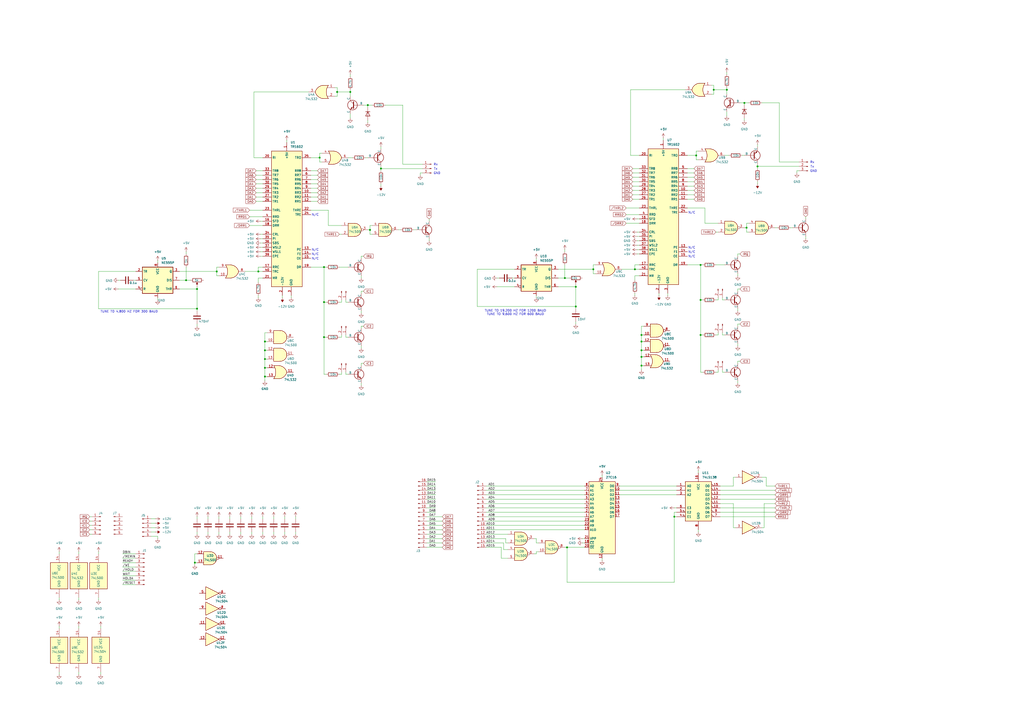
<source format=kicad_sch>
(kicad_sch (version 20250114) (generator "eeschema") (generator_version "9.0")
  (paper "A2")
  (text "GND" (at 471.932 99.314 0) (effects (font (size 1.27 1.27))))
  (text "TUNE TO 19,200 HZ FOR 1200 BAUD\nTUNE TO 9,600 HZ FOR 600 BAUD\n" (at 298.958 181.356 0) (effects (font (size 1.27 1.27))))
  (text "N/C" (at 182.88 150.114 0) (effects (font (size 1.27 1.27))))
  (text "GND" (at 253.492 100.584 0) (effects (font (size 1.27 1.27))))
  (text "N/C" (at 401.32 123.444 0) (effects (font (size 1.27 1.27))))
  (text "N/C" (at 182.88 145.034 0) (effects (font (size 1.27 1.27))))
  (text "TUNE TO 4,800 HZ FOR 300 BAUD" (at 74.93 180.848 0) (effects (font (size 1.27 1.27))))
  (text "Rx" (at 471.17 94.234 0) (effects (font (size 1.27 1.27))))
  (text "Tx" (at 471.17 96.774 0) (effects (font (size 1.27 1.27))))
  (text "Tx" (at 252.73 98.044 0) (effects (font (size 1.27 1.27))))
  (text "N/C" (at 401.32 148.844 0) (effects (font (size 1.27 1.27))))
  (text "N/C" (at 401.32 146.304 0) (effects (font (size 1.27 1.27))))
  (text "N/C" (at 401.32 143.764 0) (effects (font (size 1.27 1.27))))
  (text "Rx" (at 252.73 95.504 0) (effects (font (size 1.27 1.27))))
  (text "N/C" (at 182.88 147.574 0) (effects (font (size 1.27 1.27))))
  (text "N/C" (at 182.88 124.714 0) (effects (font (size 1.27 1.27))))
  (junction (at 372.11 207.01))
  (junction (at 433.07 132.08))
  (junction (at 372.11 203.2))
  (junction (at 372.11 198.12))
  (junction (at 153.67 208.28))
  (junction (at 107.95 162.56))
  (junction (at 327.66 161.29))
  (junction (at 149.86 157.48))
  (junction (at 213.36 60.96))
  (junction (at 220.98 97.79))
  (junction (at 372.11 194.31))
  (junction (at 185.42 91.44))
  (junction (at 368.3 156.21))
  (junction (at 203.2 53.34))
  (junction (at 125.73 157.48))
  (junction (at 114.3 167.64))
  (junction (at 114.3 179.07))
  (junction (at 414.02 52.07))
  (junction (at 153.67 218.44))
  (junction (at 214.63 133.35))
  (junction (at 406.4 173.99))
  (junction (at 431.8 59.69))
  (junction (at 421.64 52.07))
  (junction (at 187.96 154.94))
  (junction (at 153.67 203.2))
  (junction (at 406.4 153.67))
  (junction (at 344.17 156.21))
  (junction (at 153.67 213.36))
  (junction (at 187.96 175.26))
  (junction (at 187.96 195.58))
  (junction (at 372.11 212.09))
  (junction (at 391.16 299.72))
  (junction (at 334.01 177.8))
  (junction (at 328.93 317.5))
  (junction (at 195.58 53.34))
  (junction (at 403.86 90.17))
  (junction (at 153.67 198.12))
  (junction (at 406.4 194.31))
  (junction (at 113.03 326.39))
  (junction (at 334.01 166.37))
  (junction (at 439.42 96.52))
  (wire (pts (xy 139.7 299.72) (xy 139.7 300.99)))
  (wire (pts (xy 458.47 132.08) (xy 459.74 132.08)))
  (wire (pts (xy 213.36 60.96) (xy 215.9 60.96)))
  (wire (pts (xy 417.83 299.72) (xy 449.58 299.72)))
  (wire (pts (xy 433.07 134.62) (xy 433.07 132.08)))
  (wire (pts (xy 369.57 139.7) (xy 370.84 139.7)))
  (wire (pts (xy 368.3 170.18) (xy 368.3 171.45)))
  (wire (pts (xy 452.12 93.98) (xy 463.55 93.98)))
  (wire (pts (xy 220.98 97.79) (xy 245.11 97.79)))
  (wire (pts (xy 185.42 88.9) (xy 186.69 88.9)))
  (wire (pts (xy 367.03 110.49) (xy 370.84 110.49)))
  (wire (pts (xy 425.45 281.94) (xy 425.45 276.86)))
  (wire (pts (xy 369.57 147.32) (xy 370.84 147.32)))
  (wire (pts (xy 311.15 314.96) (xy 311.15 312.42)))
  (wire (pts (xy 58.42 363.22) (xy 58.42 364.49)))
  (wire (pts (xy 247.65 297.18) (xy 252.73 297.18)))
  (wire (pts (xy 467.36 125.73) (xy 467.36 127)))
  (wire (pts (xy 209.55 160.02) (xy 209.55 161.29)))
  (wire (pts (xy 391.16 337.82) (xy 328.93 337.82)))
  (wire (pts (xy 195.58 53.34) (xy 195.58 55.88)))
  (wire (pts (xy 370.84 156.21) (xy 368.3 156.21)))
  (wire (pts (xy 365.76 90.17) (xy 365.76 52.07)))
  (wire (pts (xy 392.43 297.18) (xy 391.16 297.18)))
  (wire (pts (xy 439.42 96.52) (xy 463.55 96.52)))
  (wire (pts (xy 408.94 129.54) (xy 416.56 129.54)))
  (wire (pts (xy 417.83 287.02) (xy 449.58 287.02)))
  (wire (pts (xy 344.17 156.21) (xy 344.17 153.67)))
  (wire (pts (xy 91.44 172.72) (xy 91.44 173.99)))
  (wire (pts (xy 149.86 161.29) (xy 149.86 163.83)))
  (wire (pts (xy 372.11 207.01) (xy 372.11 212.09)))
  (wire (pts (xy 148.59 109.22) (xy 152.4 109.22)))
  (wire (pts (xy 349.25 323.85) (xy 349.25 325.12)))
  (wire (pts (xy 107.95 154.94) (xy 107.95 162.56)))
  (wire (pts (xy 417.83 292.1) (xy 425.45 292.1)))
  (wire (pts (xy 189.23 217.17) (xy 187.96 217.17)))
  (wire (pts (xy 91.44 151.13) (xy 91.44 152.4)))
  (wire (pts (xy 212.09 91.44) (xy 213.36 91.44)))
  (wire (pts (xy 215.9 135.89) (xy 214.63 135.89)))
  (wire (pts (xy 153.67 198.12) (xy 153.67 193.04)))
  (wire (pts (xy 367.03 97.79) (xy 370.84 97.79)))
  (wire (pts (xy 427.99 209.55) (xy 427.99 210.82)))
  (wire (pts (xy 148.59 114.3) (xy 152.4 114.3)))
  (wire (pts (xy 434.34 134.62) (xy 433.07 134.62)))
  (wire (pts (xy 209.55 189.23) (xy 209.55 190.5)))
  (wire (pts (xy 114.3 187.96) (xy 114.3 189.23)))
  (wire (pts (xy 243.84 101.6) (xy 243.84 100.33)))
  (wire (pts (xy 184.15 106.68) (xy 180.34 106.68)))
  (wire (pts (xy 71.12 323.85) (xy 78.74 323.85)))
  (wire (pts (xy 281.94 317.5) (xy 290.83 317.5)))
  (wire (pts (xy 427.99 147.32) (xy 427.99 148.59)))
  (wire (pts (xy 369.57 134.62) (xy 370.84 134.62)))
  (wire (pts (xy 153.67 220.98) (xy 153.67 218.44)))
  (wire (pts (xy 363.22 129.54) (xy 370.84 129.54)))
  (wire (pts (xy 281.94 309.88) (xy 294.64 309.88)))
  (wire (pts (xy 328.93 317.5) (xy 339.09 317.5)))
  (wire (pts (xy 391.16 299.72) (xy 391.16 337.82)))
  (wire (pts (xy 408.94 120.65) (xy 408.94 129.54)))
  (wire (pts (xy 281.94 312.42) (xy 293.37 312.42)))
  (wire (pts (xy 247.65 292.1) (xy 252.73 292.1)))
  (wire (pts (xy 57.15 179.07) (xy 114.3 179.07)))
  (wire (pts (xy 71.12 331.47) (xy 78.74 331.47)))
  (wire (pts (xy 288.29 161.29) (xy 289.56 161.29)))
  (wire (pts (xy 247.65 281.94) (xy 252.73 281.94)))
  (wire (pts (xy 233.68 60.96) (xy 233.68 95.25)))
  (wire (pts (xy 339.09 294.64) (xy 281.94 294.64)))
  (wire (pts (xy 91.44 312.42) (xy 91.44 311.15)))
  (wire (pts (xy 369.57 142.24) (xy 370.84 142.24)))
  (wire (pts (xy 165.1 299.72) (xy 165.1 300.99)))
  (wire (pts (xy 153.67 218.44) (xy 154.94 218.44)))
  (wire (pts (xy 163.83 171.45) (xy 163.83 172.72)))
  (wire (pts (xy 240.03 133.35) (xy 241.3 133.35)))
  (wire (pts (xy 398.78 90.17) (xy 403.86 90.17)))
  (wire (pts (xy 200.66 173.99) (xy 200.66 175.26)))
  (wire (pts (xy 337.82 312.42) (xy 339.09 312.42)))
  (wire (pts (xy 414.02 52.07) (xy 414.02 49.53)))
  (wire (pts (xy 427.99 167.64) (xy 427.99 168.91)))
  (wire (pts (xy 427.99 187.96) (xy 427.99 189.23)))
  (wire (pts (xy 402.59 97.79) (xy 398.78 97.79)))
  (wire (pts (xy 189.23 154.94) (xy 187.96 154.94)))
  (wire (pts (xy 133.35 299.72) (xy 133.35 300.99)))
  (wire (pts (xy 328.93 337.82) (xy 328.93 317.5)))
  (wire (pts (xy 203.2 66.04) (xy 203.2 68.58)))
  (wire (pts (xy 402.59 107.95) (xy 398.78 107.95)))
  (wire (pts (xy 339.09 307.34) (xy 281.94 307.34)))
  (wire (pts (xy 114.3 299.72) (xy 114.3 300.99)))
  (wire (pts (xy 114.3 166.37) (xy 114.3 167.64)))
  (wire (pts (xy 417.83 281.94) (xy 425.45 281.94)))
  (wire (pts (xy 220.98 97.79) (xy 220.98 99.06)))
  (wire (pts (xy 363.22 124.46) (xy 370.84 124.46)))
  (wire (pts (xy 184.15 111.76) (xy 180.34 111.76)))
  (wire (pts (xy 439.42 83.82) (xy 439.42 85.09)))
  (wire (pts (xy 68.58 162.56) (xy 69.85 162.56)))
  (wire (pts (xy 214.63 130.81) (xy 215.9 130.81)))
  (wire (pts (xy 247.65 287.02) (xy 252.73 287.02)))
  (wire (pts (xy 441.96 306.07) (xy 443.23 306.07)))
  (wire (pts (xy 406.4 153.67) (xy 406.4 173.99)))
  (wire (pts (xy 45.72 320.04) (xy 45.72 321.31)))
  (wire (pts (xy 369.57 137.16) (xy 370.84 137.16)))
  (wire (pts (xy 420.37 215.9) (xy 419.1 215.9)))
  (wire (pts (xy 34.29 363.22) (xy 34.29 364.49)))
  (wire (pts (xy 420.37 173.99) (xy 419.1 173.99)))
  (wire (pts (xy 247.65 307.34) (xy 256.54 307.34)))
  (wire (pts (xy 367.03 107.95) (xy 370.84 107.95)))
  (wire (pts (xy 427.99 158.75) (xy 427.99 160.02)))
  (wire (pts (xy 297.18 161.29) (xy 298.45 161.29)))
  (wire (pts (xy 368.3 153.67) (xy 368.3 156.21)))
  (wire (pts (xy 144.78 125.73) (xy 152.4 125.73)))
  (wire (pts (xy 247.65 294.64) (xy 252.73 294.64)))
  (wire (pts (xy 416.56 194.31) (xy 416.56 193.04)))
  (wire (pts (xy 417.83 284.48) (xy 449.58 284.48)))
  (wire (pts (xy 311.15 312.42) (xy 309.88 312.42)))
  (wire (pts (xy 429.26 147.32) (xy 427.99 147.32)))
  (wire (pts (xy 419.1 194.31) (xy 419.1 193.04)))
  (wire (pts (xy 425.45 276.86) (xy 426.72 276.86)))
  (wire (pts (xy 368.3 160.02) (xy 368.3 162.56)))
  (wire (pts (xy 144.78 130.81) (xy 152.4 130.81)))
  (wire (pts (xy 416.56 173.99) (xy 416.56 172.72)))
  (wire (pts (xy 247.65 302.26) (xy 256.54 302.26)))
  (wire (pts (xy 57.15 157.48) (xy 57.15 179.07)))
  (wire (pts (xy 213.36 60.96) (xy 213.36 62.23)))
  (wire (pts (xy 398.78 120.65) (xy 408.94 120.65)))
  (wire (pts (xy 187.96 195.58) (xy 189.23 195.58)))
  (wire (pts (xy 198.12 194.31) (xy 198.12 195.58)))
  (wire (pts (xy 57.15 346.71) (xy 57.15 347.98)))
  (wire (pts (xy 187.96 217.17) (xy 187.96 195.58)))
  (wire (pts (xy 114.3 179.07) (xy 114.3 180.34)))
  (wire (pts (xy 151.13 146.05) (xy 152.4 146.05)))
  (wire (pts (xy 414.02 52.07) (xy 421.64 52.07)))
  (wire (pts (xy 429.26 167.64) (xy 427.99 167.64)))
  (wire (pts (xy 441.96 59.69) (xy 452.12 59.69)))
  (wire (pts (xy 416.56 215.9) (xy 416.56 214.63)))
  (wire (pts (xy 210.82 168.91) (xy 209.55 168.91)))
  (wire (pts (xy 345.44 158.75) (xy 344.17 158.75)))
  (wire (pts (xy 439.42 95.25) (xy 439.42 96.52)))
  (wire (pts (xy 367.03 115.57) (xy 370.84 115.57)))
  (wire (pts (xy 153.67 198.12) (xy 154.94 198.12)))
  (wire (pts (xy 288.29 166.37) (xy 298.45 166.37)))
  (wire (pts (xy 71.12 328.93) (xy 78.74 328.93)))
  (wire (pts (xy 439.42 96.52) (xy 439.42 97.79)))
  (wire (pts (xy 71.12 321.31) (xy 78.74 321.31)))
  (wire (pts (xy 223.52 60.96) (xy 233.68 60.96)))
  (wire (pts (xy 421.64 41.91) (xy 421.64 43.18)))
  (wire (pts (xy 185.42 93.98) (xy 186.69 93.98)))
  (wire (pts (xy 203.2 43.18) (xy 203.2 44.45)))
  (wire (pts (xy 311.15 314.96) (xy 312.42 314.96)))
  (wire (pts (xy 311.15 149.86) (xy 311.15 151.13)))
  (wire (pts (xy 427.99 199.39) (xy 427.99 200.66)))
  (wire (pts (xy 402.59 115.57) (xy 398.78 115.57)))
  (wire (pts (xy 190.5 130.81) (xy 198.12 130.81)))
  (wire (pts (xy 220.98 96.52) (xy 220.98 97.79)))
  (wire (pts (xy 187.96 175.26) (xy 189.23 175.26)))
  (wire (pts (xy 444.5 276.86) (xy 444.5 281.94)))
  (wire (pts (xy 203.2 53.34) (xy 203.2 55.88)))
  (wire (pts (xy 407.67 153.67) (xy 406.4 153.67)))
  (wire (pts (xy 214.63 135.89) (xy 214.63 133.35)))
  (wire (pts (xy 365.76 52.07) (xy 397.51 52.07)))
  (wire (pts (xy 147.32 53.34) (xy 147.32 91.44)))
  (wire (pts (xy 247.65 284.48) (xy 252.73 284.48)))
  (wire (pts (xy 34.29 320.04) (xy 34.29 321.31)))
  (wire (pts (xy 153.67 213.36) (xy 153.67 208.28)))
  (wire (pts (xy 412.75 54.61) (xy 414.02 54.61)))
  (wire (pts (xy 210.82 148.59) (xy 209.55 148.59)))
  (wire (pts (xy 384.81 80.01) (xy 384.81 81.28)))
  (wire (pts (xy 403.86 92.71) (xy 405.13 92.71)))
  (wire (pts (xy 198.12 215.9) (xy 198.12 217.17)))
  (wire (pts (xy 148.59 111.76) (xy 152.4 111.76)))
  (wire (pts (xy 210.82 210.82) (xy 209.55 210.82)))
  (wire (pts (xy 403.86 90.17) (xy 403.86 87.63)))
  (wire (pts (xy 148.59 106.68) (xy 152.4 106.68)))
  (wire (pts (xy 71.12 339.09) (xy 78.74 339.09)))
  (wire (pts (xy 87.63 300.99) (xy 90.17 300.99)))
  (wire (pts (xy 406.4 194.31) (xy 407.67 194.31)))
  (wire (pts (xy 247.65 317.5) (xy 256.54 317.5)))
  (wire (pts (xy 372.11 194.31) (xy 372.11 198.12)))
  (wire (pts (xy 421.64 64.77) (xy 421.64 67.31)))
  (wire (pts (xy 201.93 91.44) (xy 204.47 91.44)))
  (wire (pts (xy 276.86 156.21) (xy 298.45 156.21)))
  (wire (pts (xy 372.11 198.12) (xy 372.11 203.2)))
  (wire (pts (xy 125.73 154.94) (xy 127 154.94)))
  (wire (pts (xy 77.47 162.56) (xy 78.74 162.56)))
  (wire (pts (xy 45.72 346.71) (xy 45.72 347.98)))
  (wire (pts (xy 429.26 59.69) (xy 431.8 59.69)))
  (wire (pts (xy 198.12 217.17) (xy 196.85 217.17)))
  (wire (pts (xy 359.41 284.48) (xy 392.43 284.48)))
  (wire (pts (xy 184.15 116.84) (xy 180.34 116.84)))
  (wire (pts (xy 405.13 273.05) (xy 405.13 274.32)))
  (wire (pts (xy 430.53 90.17) (xy 431.8 90.17)))
  (wire (pts (xy 210.82 60.96) (xy 213.36 60.96)))
  (wire (pts (xy 149.86 154.94) (xy 152.4 154.94)))
  (wire (pts (xy 415.29 153.67) (xy 420.37 153.67)))
  (wire (pts (xy 171.45 299.72) (xy 171.45 300.99)))
  (wire (pts (xy 334.01 186.69) (xy 334.01 187.96)))
  (wire (pts (xy 209.55 180.34) (xy 209.55 181.61)))
  (wire (pts (xy 220.98 106.68) (xy 220.98 107.95)))
  (wire (pts (xy 34.29 389.89) (xy 34.29 391.16)))
  (wire (pts (xy 198.12 175.26) (xy 198.12 173.99)))
  (wire (pts (xy 180.34 91.44) (xy 185.42 91.44)))
  (wire (pts (xy 334.01 177.8) (xy 334.01 179.07)))
  (wire (pts (xy 425.45 306.07) (xy 426.72 306.07)))
  (wire (pts (xy 248.92 127) (xy 248.92 128.27)))
  (wire (pts (xy 420.37 90.17) (xy 422.91 90.17)))
  (wire (pts (xy 57.15 157.48) (xy 78.74 157.48)))
  (wire (pts (xy 114.3 308.61) (xy 114.3 309.88)))
  (wire (pts (xy 419.1 215.9) (xy 419.1 214.63)))
  (wire (pts (xy 120.65 308.61) (xy 120.65 309.88)))
  (wire (pts (xy 210.82 189.23) (xy 209.55 189.23)))
  (wire (pts (xy 402.59 105.41) (xy 398.78 105.41)))
  (wire (pts (xy 113.03 321.31) (xy 114.3 321.31)))
  (wire (pts (xy 414.02 49.53) (xy 412.75 49.53)))
  (wire (pts (xy 311.15 320.04) (xy 311.15 321.31)))
  (wire (pts (xy 427.99 179.07) (xy 427.99 180.34)))
  (wire (pts (xy 369.57 127) (xy 370.84 127)))
  (wire (pts (xy 125.73 160.02) (xy 125.73 157.48)))
  (wire (pts (xy 372.11 212.09) (xy 373.38 212.09)))
  (wire (pts (xy 71.12 326.39) (xy 78.74 326.39)))
  (wire (pts (xy 369.57 144.78) (xy 370.84 144.78)))
  (wire (pts (xy 467.36 137.16) (xy 467.36 138.43)))
  (wire (pts (xy 427.99 220.98) (xy 427.99 222.25)))
  (wire (pts (xy 200.66 175.26) (xy 201.93 175.26)))
  (wire (pts (xy 200.66 194.31) (xy 200.66 195.58)))
  (wire (pts (xy 87.63 306.07) (xy 90.17 306.07)))
  (wire (pts (xy 421.64 52.07) (xy 421.64 54.61)))
  (wire (pts (xy 151.13 143.51) (xy 152.4 143.51)))
  (wire (pts (xy 196.85 135.89) (xy 198.12 135.89)))
  (wire (pts (xy 368.3 153.67) (xy 370.84 153.67)))
  (wire (pts (xy 387.35 170.18) (xy 387.35 171.45)))
  (wire (pts (xy 151.13 135.89) (xy 152.4 135.89)))
  (wire (pts (xy 68.58 167.64) (xy 78.74 167.64)))
  (wire (pts (xy 209.55 222.25) (xy 209.55 223.52)))
  (wire (pts (xy 367.03 100.33) (xy 370.84 100.33)))
  (wire (pts (xy 407.67 215.9) (xy 406.4 215.9)))
  (wire (pts (xy 344.17 158.75) (xy 344.17 156.21)))
  (wire (pts (xy 107.95 147.32) (xy 107.95 146.05)))
  (wire (pts (xy 184.15 101.6) (xy 180.34 101.6)))
  (wire (pts (xy 449.58 132.08) (xy 450.85 132.08)))
  (wire (pts (xy 248.92 138.43) (xy 248.92 139.7)))
  (wire (pts (xy 153.67 218.44) (xy 153.67 213.36)))
  (wire (pts (xy 52.07 302.26) (xy 53.34 302.26)))
  (wire (pts (xy 151.13 140.97) (xy 152.4 140.97)))
  (wire (pts (xy 373.38 194.31) (xy 372.11 194.31)))
  (wire (pts (xy 133.35 308.61) (xy 133.35 309.88)))
  (wire (pts (xy 462.28 100.33) (xy 462.28 99.06)))
  (wire (pts (xy 104.14 157.48) (xy 125.73 157.48)))
  (wire (pts (xy 402.59 100.33) (xy 398.78 100.33)))
  (wire (pts (xy 127 299.72) (xy 127 300.99)))
  (wire (pts (xy 402.59 113.03) (xy 398.78 113.03)))
  (wire (pts (xy 290.83 323.85) (xy 294.64 323.85)))
  (wire (pts (xy 125.73 157.48) (xy 125.73 154.94)))
  (wire (pts (xy 391.16 294.64) (xy 392.43 294.64)))
  (wire (pts (xy 292.1 318.77) (xy 294.64 318.77)))
  (wire (pts (xy 185.42 93.98) (xy 185.42 91.44)))
  (wire (pts (xy 146.05 299.72) (xy 146.05 300.99)))
  (wire (pts (xy 209.55 200.66) (xy 209.55 201.93)))
  (wire (pts (xy 339.09 287.02) (xy 281.94 287.02)))
  (wire (pts (xy 58.42 391.16) (xy 58.42 389.89)))
  (wire (pts (xy 293.37 312.42) (xy 293.37 314.96)))
  (wire (pts (xy 444.5 281.94) (xy 449.58 281.94)))
  (wire (pts (xy 52.07 309.88) (xy 53.34 309.88)))
  (wire (pts (xy 190.5 121.92) (xy 190.5 130.81)))
  (wire (pts (xy 443.23 306.07) (xy 443.23 292.1)))
  (wire (pts (xy 403.86 92.71) (xy 403.86 90.17)))
  (wire (pts (xy 359.41 287.02) (xy 392.43 287.02)))
  (wire (pts (xy 323.85 166.37) (xy 334.01 166.37)))
  (wire (pts (xy 363.22 120.65) (xy 370.84 120.65)))
  (wire (pts (xy 52.07 299.72) (xy 53.34 299.72)))
  (wire (pts (xy 372.11 203.2) (xy 372.11 207.01)))
  (wire (pts (xy 334.01 165.1) (xy 334.01 166.37)))
  (wire (pts (xy 152.4 157.48) (xy 149.86 157.48)))
  (wire (pts (xy 166.37 81.28) (xy 166.37 82.55)))
  (wire (pts (xy 327.66 161.29) (xy 330.2 161.29)))
  (wire (pts (xy 339.09 304.8) (xy 281.94 304.8)))
  (wire (pts (xy 148.59 104.14) (xy 152.4 104.14)))
  (wire (pts (xy 247.65 309.88) (xy 256.54 309.88)))
  (wire (pts (xy 421.64 50.8) (xy 421.64 52.07)))
  (wire (pts (xy 185.42 91.44) (xy 185.42 88.9)))
  (wire (pts (xy 194.31 55.88) (xy 195.58 55.88)))
  (wire (pts (xy 153.67 213.36) (xy 154.94 213.36)))
  (wire (pts (xy 293.37 314.96) (xy 294.64 314.96)))
  (wire (pts (xy 417.83 294.64) (xy 449.58 294.64)))
  (wire (pts (xy 87.63 308.61) (xy 90.17 308.61)))
  (wire (pts (xy 213.36 69.85) (xy 213.36 71.12)))
  (wire (pts (xy 349.25 275.59) (xy 349.25 276.86)))
  (wire (pts (xy 391.16 297.18) (xy 391.16 299.72)))
  (wire (pts (xy 209.55 210.82) (xy 209.55 212.09)))
  (wire (pts (xy 462.28 99.06) (xy 463.55 99.06)))
  (wire (pts (xy 372.11 212.09) (xy 372.11 214.63)))
  (wire (pts (xy 187.96 154.94) (xy 187.96 175.26)))
  (wire (pts (xy 420.37 194.31) (xy 419.1 194.31)))
  (wire (pts (xy 153.67 208.28) (xy 153.67 203.2)))
  (wire (pts (xy 367.03 113.03) (xy 370.84 113.03)))
  (wire (pts (xy 312.42 320.04) (xy 311.15 320.04)))
  (wire (pts (xy 402.59 102.87) (xy 398.78 102.87)))
  (wire (pts (xy 372.11 207.01) (xy 373.38 207.01)))
  (wire (pts (xy 433.07 129.54) (xy 434.34 129.54)))
  (wire (pts (xy 144.78 121.92) (xy 152.4 121.92)))
  (wire (pts (xy 158.75 299.72) (xy 158.75 300.99)))
  (wire (pts (xy 339.09 284.48) (xy 281.94 284.48)))
  (wire (pts (xy 152.4 299.72) (xy 152.4 300.99)))
  (wire (pts (xy 149.86 154.94) (xy 149.86 157.48)))
  (wire (pts (xy 214.63 133.35) (xy 214.63 130.81)))
  (wire (pts (xy 247.65 312.42) (xy 256.54 312.42)))
  (wire (pts (xy 339.09 297.18) (xy 281.94 297.18)))
  (wire (pts (xy 431.8 132.08) (xy 433.07 132.08)))
  (wire (pts (xy 415.29 215.9) (xy 416.56 215.9)))
  (wire (pts (xy 196.85 175.26) (xy 198.12 175.26)))
  (wire (pts (xy 184.15 114.3) (xy 180.34 114.3)))
  (wire (pts (xy 113.03 327.66) (xy 113.03 326.39)))
  (wire (pts (xy 184.15 109.22) (xy 180.34 109.22)))
  (wire (pts (xy 431.8 59.69) (xy 434.34 59.69)))
  (wire (pts (xy 419.1 173.99) (xy 419.1 172.72)))
  (wire (pts (xy 415.29 134.62) (xy 416.56 134.62)))
  (wire (pts (xy 45.72 389.89) (xy 45.72 391.16)))
  (wire (pts (xy 402.59 110.49) (xy 398.78 110.49)))
  (wire (pts (xy 113.03 326.39) (xy 113.03 321.31)))
  (wire (pts (xy 344.17 153.67) (xy 345.44 153.67)))
  (wire (pts (xy 417.83 289.56) (xy 449.58 289.56)))
  (wire (pts (xy 148.59 101.6) (xy 152.4 101.6)))
  (wire (pts (xy 158.75 308.61) (xy 158.75 309.88)))
  (wire (pts (xy 339.09 299.72) (xy 281.94 299.72)))
  (wire (pts (xy 149.86 171.45) (xy 149.86 172.72)))
  (wire (pts (xy 151.13 148.59) (xy 152.4 148.59)))
  (wire (pts (xy 247.65 314.96) (xy 256.54 314.96)))
  (wire (pts (xy 441.96 276.86) (xy 444.5 276.86)))
  (wire (pts (xy 194.31 50.8) (xy 195.58 50.8)))
  (wire (pts (xy 184.15 104.14) (xy 180.34 104.14)))
  (wire (pts (xy 187.96 195.58) (xy 187.96 175.26)))
  (wire (pts (xy 171.45 308.61) (xy 171.45 309.88)))
  (wire (pts (xy 71.12 334.01) (xy 78.74 334.01)))
  (wire (pts (xy 247.65 279.4) (xy 252.73 279.4)))
  (wire (pts (xy 146.05 308.61) (xy 146.05 309.88)))
  (wire (pts (xy 417.83 297.18) (xy 449.58 297.18)))
  (wire (pts (xy 165.1 308.61) (xy 165.1 309.88)))
  (wire (pts (xy 327.66 317.5) (xy 328.93 317.5)))
  (wire (pts (xy 391.16 299.72) (xy 392.43 299.72)))
  (wire (pts (xy 290.83 317.5) (xy 290.83 323.85)))
  (wire (pts (xy 406.4 215.9) (xy 406.4 194.31)))
  (wire (pts (xy 152.4 308.61) (xy 152.4 309.88)))
  (wire (pts (xy 104.14 167.64) (xy 114.3 167.64)))
  (wire (pts (xy 243.84 100.33) (xy 245.11 100.33)))
  (wire (pts (xy 339.09 292.1) (xy 281.94 292.1)))
  (wire (pts (xy 153.67 203.2) (xy 153.67 198.12)))
  (wire (pts (xy 281.94 314.96) (xy 292.1 314.96)))
  (wire (pts (xy 367.03 105.41) (xy 370.84 105.41)))
  (wire (pts (xy 327.66 153.67) (xy 327.66 161.29)))
  (wire (pts (xy 200.66 195.58) (xy 201.93 195.58)))
  (wire (pts (xy 359.41 281.94) (xy 392.43 281.94)))
  (wire (pts (xy 406.4 153.67) (xy 398.78 153.67)))
  (wire (pts (xy 91.44 311.15) (xy 87.63 311.15)))
  (wire (pts (xy 120.65 299.72) (xy 120.65 300.99)))
  (wire (pts (xy 425.45 292.1) (xy 425.45 306.07)))
  (wire (pts (xy 209.55 168.91) (xy 209.55 170.18)))
  (wire (pts (xy 220.98 85.09) (xy 220.98 86.36)))
  (wire (pts (xy 452.12 59.69) (xy 452.12 93.98)))
  (wire (pts (xy 114.3 167.64) (xy 114.3 179.07)))
  (wire (pts (xy 323.85 161.29) (xy 327.66 161.29)))
  (wire (pts (xy 276.86 156.21) (xy 276.86 177.8)))
  (wire (pts (xy 151.13 128.27) (xy 152.4 128.27)))
  (wire (pts (xy 149.86 161.29) (xy 152.4 161.29)))
  (wire (pts (xy 372.11 189.23) (xy 372.11 194.31)))
  (wire (pts (xy 180.34 121.92) (xy 190.5 121.92)))
  (wire (pts (xy 34.29 346.71) (xy 34.29 347.98)))
  (wire (pts (xy 439.42 105.41) (xy 439.42 106.68)))
  (wire (pts (xy 151.13 138.43) (xy 152.4 138.43)))
  (wire (pts (xy 431.8 68.58) (xy 431.8 69.85)))
  (wire (pts (xy 327.66 146.05) (xy 327.66 144.78)))
  (wire (pts (xy 147.32 53.34) (xy 179.07 53.34)))
  (wire (pts (xy 148.59 99.06) (xy 152.4 99.06)))
  (wire (pts (xy 153.67 193.04) (xy 154.94 193.04)))
  (wire (pts (xy 431.8 59.69) (xy 431.8 60.96)))
  (wire (pts (xy 196.85 154.94) (xy 201.93 154.94)))
  (wire (pts (xy 406.4 173.99) (xy 407.67 173.99)))
  (wire (pts (xy 52.07 307.34) (xy 53.34 307.34)))
  (wire (pts (xy 184.15 99.06) (xy 180.34 99.06)))
  (wire (pts (xy 57.15 320.04) (xy 57.15 321.31)))
  (wire (pts (xy 360.68 156.21) (xy 368.3 156.21)))
  (wire (pts (xy 339.09 302.26) (xy 281.94 302.26)))
  (wire (pts (xy 195.58 53.34) (xy 203.2 53.34)))
  (wire (pts (xy 382.27 170.18) (xy 382.27 171.45)))
  (wire (pts (xy 276.86 177.8) (xy 334.01 177.8)))
  (wire (pts (xy 367.03 102.87) (xy 370.84 102.87)))
  (wire (pts (xy 153.67 203.2) (xy 154.94 203.2)))
  (wire (pts (xy 414.02 54.61) (xy 414.02 52.07)))
  (wire (pts (xy 203.2 52.07) (xy 203.2 53.34)))
  (wire (pts (xy 415.29 173.99) (xy 416.56 173.99)))
  (wire (pts (xy 233.68 95.25) (xy 245.11 95.25)))
  (wire (pts (xy 372.11 189.23) (xy 373.38 189.23)))
  (wire (pts (xy 311.15 171.45) (xy 311.15 172.72)))
  (wire (pts (xy 311.15 321.31) (xy 309.88 321.31)))
  (wire (pts (xy 45.72 363.22) (xy 45.72 364.49)))
  (wire (pts (xy 339.09 289.56) (xy 281.94 289.56)))
  (wire (pts (xy 139.7 308.61) (xy 139.7 309.88)))
  (wire (pts (xy 148.59 116.84) (xy 152.4 116.84)))
  (wire (pts (xy 334.01 166.37) (xy 334.01 177.8)))
  (wire (pts (xy 198.12 195.58) (xy 196.85 195.58)))
  (wire (pts (xy 153.67 208.28) (xy 154.94 208.28)))
  (wire (pts (xy 337.82 314.96) (xy 339.09 314.96)))
  (wire (pts (xy 147.32 91.44) (xy 152.4 91.44)))
  (wire (pts (xy 365.76 90.17) (xy 370.84 90.17)))
  (wire (pts (xy 209.55 148.59) (xy 209.55 149.86)))
  (wire (pts (xy 429.26 187.96) (xy 427.99 187.96)))
  (wire (pts (xy 372.11 203.2) (xy 373.38 203.2)))
  (wire (pts (xy 406.4 194.31) (xy 406.4 173.99)))
  (wire (pts (xy 113.03 326.39) (xy 114.3 326.39)))
  (wire (pts (xy 107.95 162.56) (xy 110.49 162.56)))
  (wire (pts (xy 231.14 133.35) (xy 232.41 133.35)))
  (wire (pts (xy 443.23 292.1) (xy 449.58 292.1)))
  (wire (pts (xy 104.14 162.56) (xy 107.95 162.56)))
  (wire (pts (xy 247.65 299.72) (xy 256.54 299.72)))
  (wire (pts (xy 323.85 156.21) (xy 344.17 156.21)))
  (wire (pts (xy 372.11 198.12) (xy 373.38 198.12)))
  (wire (pts (xy 200.66 217.17) (xy 201.93 217.17)))
  (wire (pts (xy 405.13 307.34) (xy 405.13 308.61)))
  (wire (pts (xy 403.86 87.63) (xy 405.13 87.63)))
  (wire (pts (xy 71.12 336.55) (xy 78.74 336.55)))
  (wire (pts (xy 433.07 132.08) (xy 433.07 129.54)))
  (wire (pts (xy 429.26 209.55) (xy 427.99 209.55)))
  (wire (pts (xy 247.65 289.56) (xy 252.73 289.56)))
  (wire (pts (xy 339.09 281.94) (xy 281.94 281.94)))
  (wire (pts (xy 200.66 215.9) (xy 200.66 217.17)))
  (wire (pts (xy 142.24 157.48) (xy 149.86 157.48)))
  (wire (pts (xy 213.36 133.35) (xy 214.63 133.35)))
  (wire (pts (xy 168.91 171.45) (xy 168.91 172.72)))
  (wire (pts (xy 127 308.61) (xy 127 309.88)))
  (wire (pts (xy 415.29 194.31) (xy 416.56 194.31)))
  (wire (pts (xy 187.96 154.94) (xy 180.34 154.94)))
  (wire (pts (xy 127 160.02) (xy 125.73 160.02)))
  (wire (pts (xy 247.65 304.8) (xy 256.54 304.8)))
  (wire (pts (xy 87.63 303.53) (xy 90.17 303.53)))
  (wire (pts (xy 195.58 50.8) (xy 195.58 53.34)))
  (wire (pts (xy 368.3 160.02) (xy 370.84 160.02)))
  (wire (pts (xy 52.07 304.8) (xy 53.34 304.8)))
  (wire (pts (xy 292.1 314.96) (xy 292.1 318.77)))
  (label "DBIN" (at 71.12 321.31 0))
  (label "DA8" (at 252.73 297.18 180))
  (label "AD7" (at 287.02 297.18 180))
  (label "WAIT" (at 71.12 334.01 0))
  (label "DA15" (at 252.73 279.4 180))
  (label "DA9" (at 252.73 294.64 180))
  (label "AD5" (at 287.02 292.1 180))
  (label "DA4" (at 252.73 307.34 180))
  (label "DA3" (at 252.73 309.88 180))
  (label "DA14" (at 252.73 281.94 180))
  (label "AD13" (at 287.02 312.42 180))
  (label "DA13" (at 252.73 284.48 180))
  (label "AD2" (at 287.02 284.48 180))
  (label "{slash}WE" (at 71.12 328.93 0))
  (label "AD3" (at 287.02 287.02 180))
  (label "DA5" (at 252.73 304.8 180))
  (label "DA11" (at 252.73 289.56 180))
  (label "AD10" (at 287.02 304.8 180))
  (label "DA10" (at 252.73 292.1 180))
  (label "AD11" (at 287.02 307.34 180))
  (label "AD12" (at 287.02 309.88 180))
  (label "READY" (at 71.12 326.39 0))
  (label "{slash}RESET" (at 71.12 339.09 0))
  (label "DA1" (at 252.73 314.96 180))
  (label "AD15" (at 287.02 317.5 180))
  (label "AD8" (at 287.02 299.72 180))
  (label "DA12" (at 252.73 287.02 180))
  (label "DA7" (at 252.73 299.72 180))
  (label "AD6" (at 287.02 294.64 180))
  (label "DA6" (at 252.73 302.26 180))
  (label "AD14" (at 287.02 314.96 180))
  (label "DA2" (at 252.73 312.42 180))
  (label "{slash}HOLD" (at 71.12 331.47 0))
  (label "AD9" (at 287.02 302.26 180))
  (label "AD4" (at 287.02 289.56 180))
  (label "{slash}MEMIN" (at 71.12 323.85 0))
  (label "HOLDA" (at 71.12 336.55 0))
  (label "DA0" (at 252.73 317.5 180))
  (label "AD1" (at 287.02 281.94 180))
  (global_label "THRE1" (shape input) (at 196.85 135.89 180) (property "Intersheetrefs" "${INTERSHEET_REFS}" (effects (hide yes))))
  (global_label "DA0" (shape input) (at 256.54 317.5 0) (property "Intersheetrefs" "${INTERSHEET_REFS}" (effects (hide yes))))
  (global_label "DA7" (shape input) (at 148.59 99.06 180) (property "Intersheetrefs" "${INTERSHEET_REFS}" (effects (hide yes))))
  (global_label "DA0" (shape input) (at 184.15 116.84 0) (property "Intersheetrefs" "${INTERSHEET_REFS}" (effects (hide yes))))
  (global_label "RRD1" (shape input) (at 144.78 125.73 180) (property "Intersheetrefs" "${INTERSHEET_REFS}" (effects (hide yes))))
  (global_label "DA5" (shape input) (at 148.59 104.14 180) (property "Intersheetrefs" "${INTERSHEET_REFS}" (effects (hide yes))))
  (global_label "IC1" (shape input) (at 52.07 304.8 180) (property "Intersheetrefs" "${INTERSHEET_REFS}" (effects (hide yes))))
  (global_label "IC2" (shape input) (at 210.82 189.23 0) (property "Intersheetrefs" "${INTERSHEET_REFS}" (effects (hide yes))))
  (global_label "DA0" (shape input) (at 467.36 125.73 90) (property "Intersheetrefs" "${INTERSHEET_REFS}" (effects (hide yes))))
  (global_label "DA6" (shape input) (at 148.59 101.6 180) (property "Intersheetrefs" "${INTERSHEET_REFS}" (effects (hide yes))))
  (global_label "DA1" (shape input) (at 367.03 113.03 180) (property "Intersheetrefs" "${INTERSHEET_REFS}" (effects (hide yes))))
  (global_label "IRQ" (shape input) (at 52.07 299.72 180) (property "Intersheetrefs" "${INTERSHEET_REFS}" (effects (hide yes))))
  (global_label "RRD2" (shape input) (at 363.22 124.46 180) (property "Intersheetrefs" "${INTERSHEET_REFS}" (effects (hide yes))))
  (global_label "IC3" (shape input) (at 52.07 309.88 180) (property "Intersheetrefs" "${INTERSHEET_REFS}" (effects (hide yes))))
  (global_label "DA6" (shape input) (at 367.03 100.33 180) (property "Intersheetrefs" "${INTERSHEET_REFS}" (effects (hide yes))))
  (global_label "IRQ" (shape input) (at 210.82 148.59 0) (property "Intersheetrefs" "${INTERSHEET_REFS}" (effects (hide yes))))
  (global_label "DA3" (shape input) (at 148.59 109.22 180) (property "Intersheetrefs" "${INTERSHEET_REFS}" (effects (hide yes))))
  (global_label "DA1" (shape input) (at 184.15 114.3 0) (property "Intersheetrefs" "${INTERSHEET_REFS}" (effects (hide yes))))
  (global_label "DA6" (shape input) (at 184.15 101.6 0) (property "Intersheetrefs" "${INTERSHEET_REFS}" (effects (hide yes))))
  (global_label "{slash}THRL2" (shape input) (at 449.58 294.64 0) (property "Intersheetrefs" "${INTERSHEET_REFS}" (effects (hide yes))))
  (global_label "DA3" (shape input) (at 402.59 107.95 0) (property "Intersheetrefs" "${INTERSHEET_REFS}" (effects (hide yes))))
  (global_label "DA2" (shape input) (at 367.03 110.49 180) (property "Intersheetrefs" "${INTERSHEET_REFS}" (effects (hide yes))))
  (global_label "DA4" (shape input) (at 256.54 307.34 0) (property "Intersheetrefs" "${INTERSHEET_REFS}" (effects (hide yes))))
  (global_label "DA0" (shape input) (at 367.03 115.57 180) (property "Intersheetrefs" "${INTERSHEET_REFS}" (effects (hide yes))))
  (global_label "DA4" (shape input) (at 402.59 105.41 0) (property "Intersheetrefs" "${INTERSHEET_REFS}" (effects (hide yes))))
  (global_label "DA1" (shape input) (at 148.59 114.3 180) (property "Intersheetrefs" "${INTERSHEET_REFS}" (effects (hide yes))))
  (global_label "DA3" (shape input) (at 367.03 107.95 180) (property "Intersheetrefs" "${INTERSHEET_REFS}" (effects (hide yes))))
  (global_label "RRD2" (shape input) (at 449.58 299.72 0) (property "Intersheetrefs" "${INTERSHEET_REFS}" (effects (hide yes))))
  (global_label "DA6" (shape input) (at 402.59 100.33 0) (property "Intersheetrefs" "${INTERSHEET_REFS}" (effects (hide yes))))
  (global_label "DA2" (shape input) (at 184.15 111.76 0) (property "Intersheetrefs" "${INTERSHEET_REFS}" (effects (hide yes))))
  (global_label "DA7" (shape input) (at 367.03 97.79 180) (property "Intersheetrefs" "${INTERSHEET_REFS}" (effects (hide yes))))
  (global_label "DA7" (shape input) (at 402.59 97.79 0) (property "Intersheetrefs" "${INTERSHEET_REFS}" (effects (hide yes))))
  (global_label "DA5" (shape input) (at 367.03 102.87 180) (property "Intersheetrefs" "${INTERSHEET_REFS}" (effects (hide yes))))
  (global_label "IC0" (shape input) (at 52.07 302.26 180) (property "Intersheetrefs" "${INTERSHEET_REFS}" (effects (hide yes))))
  (global_label "THRE2" (shape input) (at 449.58 292.1 0) (property "Intersheetrefs" "${INTERSHEET_REFS}" (effects (hide yes))))
  (global_label "THRE1" (shape input) (at 449.58 281.94 0) (property "Intersheetrefs" "${INTERSHEET_REFS}" (effects (hide yes))))
  (global_label "DA3" (shape input) (at 256.54 309.88 0) (property "Intersheetrefs" "${INTERSHEET_REFS}" (effects (hide yes))))
  (global_label "DA1" (shape input) (at 256.54 314.96 0) (property "Intersheetrefs" "${INTERSHEET_REFS}" (effects (hide yes))))
  (global_label "RRD1" (shape input) (at 449.58 289.56 0) (property "Intersheetrefs" "${INTERSHEET_REFS}" (effects (hide yes))))
  (global_label "IC2" (shape input) (at 52.07 307.34 180) (property "Intersheetrefs" "${INTERSHEET_REFS}" (effects (hide yes))))
  (global_label "DA2" (shape input) (at 256.54 312.42 0) (property "Intersheetrefs" "${INTERSHEET_REFS}" (effects (hide yes))))
  (global_label "DA4" (shape input) (at 148.59 106.68 180) (property "Intersheetrefs" "${INTERSHEET_REFS}" (effects (hide yes))))
  (global_label "{slash}THRL1" (shape input) (at 144.78 121.92 180) (property "Intersheetrefs" "${INTERSHEET_REFS}" (effects (hide yes))))
  (global_label "IC3" (shape input) (at 210.82 210.82 0) (property "Intersheetrefs" "${INTERSHEET_REFS}" (effects (hide yes))))
  (global_label "THRE2" (shape input) (at 415.29 134.62 180) (property "Intersheetrefs" "${INTERSHEET_REFS}" (effects (hide yes))))
  (global_label "{slash}THRL1" (shape input) (at 449.58 284.48 0) (property "Intersheetrefs" "${INTERSHEET_REFS}" (effects (hide yes))))
  (global_label "DA4" (shape input) (at 184.15 106.68 0) (property "Intersheetrefs" "${INTERSHEET_REFS}" (effects (hide yes))))
  (global_label "IC2" (shape input) (at 429.26 187.96 0) (property "Intersheetrefs" "${INTERSHEET_REFS}" (effects (hide yes))))
  (global_label "DA6" (shape input) (at 256.54 302.26 0) (property "Intersheetrefs" "${INTERSHEET_REFS}" (effects (hide yes))))
  (global_label "DA7" (shape input) (at 184.15 99.06 0) (property "Intersheetrefs" "${INTERSHEET_REFS}" (effects (hide yes))))
  (global_label "{slash}DRR2" (shape input) (at 363.22 129.54 180) (property "Intersheetrefs" "${INTERSHEET_REFS}" (effects (hide yes))))
  (global_label "DA5" (shape input) (at 184.15 104.14 0) (property "Intersheetrefs" "${INTERSHEET_REFS}" (effects (hide yes))))
  (global_label "{slash}THRL2" (shape input) (at 363.22 120.65 180) (property "Intersheetrefs" "${INTERSHEET_REFS}" (effects (hide yes))))
  (global_label "IC1" (shape input) (at 210.82 168.91 0) (property "Intersheetrefs" "${INTERSHEET_REFS}" (effects (hide yes))))
  (global_label "DA2" (shape input) (at 402.59 110.49 0) (property "Intersheetrefs" "${INTERSHEET_REFS}" (effects (hide yes))))
  (global_label "DA5" (shape input) (at 256.54 304.8 0) (property "Intersheetrefs" "${INTERSHEET_REFS}" (effects (hide yes))))
  (global_label "DA5" (shape input) (at 402.59 102.87 0) (property "Intersheetrefs" "${INTERSHEET_REFS}" (effects (hide yes))))
  (global_label "IC1" (shape input) (at 429.26 167.64 0) (property "Intersheetrefs" "${INTERSHEET_REFS}" (effects (hide yes))))
  (global_label "{slash}DRR1" (shape input) (at 449.58 287.02 0) (property "Intersheetrefs" "${INTERSHEET_REFS}" (effects (hide yes))))
  (global_label "DA3" (shape input) (at 184.15 109.22 0) (property "Intersheetrefs" "${INTERSHEET_REFS}" (effects (hide yes))))
  (global_label "DA2" (shape input) (at 148.59 111.76 180) (property "Intersheetrefs" "${INTERSHEET_REFS}" (effects (hide yes))))
  (global_label "DA0" (shape input) (at 148.59 116.84 180) (property "Intersheetrefs" "${INTERSHEET_REFS}" (effects (hide yes))))
  (global_label "{slash}DRR2" (shape input) (at 449.58 297.18 0) (property "Intersheetrefs" "${INTERSHEET_REFS}" (effects (hide yes))))
  (global_label "IRQ" (shape input) (at 429.26 147.32 0) (property "Intersheetrefs" "${INTERSHEET_REFS}" (effects (hide yes))))
  (global_label "DA0" (shape input) (at 402.59 115.57 0) (property "Intersheetrefs" "${INTERSHEET_REFS}" (effects (hide yes))))
  (global_label "DA1" (shape input) (at 402.59 113.03 0) (property "Intersheetrefs" "${INTERSHEET_REFS}" (effects (hide yes))))
  (global_label "DA4" (shape input) (at 367.03 105.41 180) (property "Intersheetrefs" "${INTERSHEET_REFS}" (effects (hide yes))))
  (global_label "{slash}DRR1" (shape input) (at 144.78 130.81 180) (property "Intersheetrefs" "${INTERSHEET_REFS}" (effects (hide yes))))
  (global_label "IC3" (shape input) (at 429.26 209.55 0) (property "Intersheetrefs" "${INTERSHEET_REFS}" (effects (hide yes))))
  (global_label "DA7" (shape input) (at 256.54 299.72 0) (property "Intersheetrefs" "${INTERSHEET_REFS}" (effects (hide yes))))
  (global_label "DA0" (shape input) (at 248.92 127 90) (property "Intersheetrefs" "${INTERSHEET_REFS}" (effects (hide yes))))
  (symbol (lib_id "power:+5V") (at 139.7 299.72 0) (unit 1)
    (property "Reference" "#PWR091" (effects (hide yes)))
    (property "Value" "+5V" (at 139.7 294.64 0))
    (property "Description" "Power symbol creates a global label with name \"+5V\"" (effects (hide yes)))
  )
  (symbol (lib_id "power:GND") (at 209.55 223.52 0) (unit 1)
    (property "Reference" "#PWR051" (effects (hide yes)))
    (property "Value" "GND" (at 209.55 228.6 0))
    (property "Description" "Power symbol creates a global label with name \"GND\" , ground" (effects (hide yes)))
  )
  (symbol (lib_id "power:+5V") (at 288.29 166.37 90) (unit 1)
    (property "Reference" "#PWR081" (effects (hide yes)))
    (property "Value" "+5V" (at 284.48 166.3699 90) (effects (justify left)))
    (property "Description" "Power symbol creates a global label with name \"+5V\"" (effects (hide yes)))
  )
  (symbol (lib_id "74xx:74LS32") (at 405.13 52.07 0) (mirror y) (unit 1)
    (property "Reference" "U9" (at 399.288 53.594 0))
    (property "Value" "74LS32" (at 399.288 56.134 0))
    (property "Footprint" "Package_DIP:DIP-14_W7.62mm" (effects (hide yes)))
    (property "Datasheet" "http://www.ti.com/lit/gpn/sn74LS32" (effects (hide yes)))
    (property "Description" "Quad 2-input OR" (effects (hide yes)))
  )
  (symbol (lib_id "power:+5V") (at 151.13 146.05 90) (unit 1)
    (property "Reference" "#PWR05" (effects (hide yes)))
    (property "Value" "+5V" (at 147.32 146.0499 90) (effects (justify left)))
    (property "Description" "Power symbol creates a global label with name \"+5V\"" (effects (hide yes)))
  )
  (symbol (lib_id "Connector:Conn_01x15_Pin") (at 276.86 299.72 0) (unit 1)
    (property "Reference" "J2" (at 276.86 279.654 0))
    (property "Value" "Conn_01x15_Pin" (effects (hide yes)))
    (property "Footprint" "Connector_PinHeader_2.54mm:PinHeader_1x15_P2.54mm_Vertical" (effects (hide yes)))
    (property "Description" "Generic connector, single row, 01x15, script generated" (effects (hide yes)))
  )
  (symbol (lib_id "power:+5V") (at 220.98 85.09 0) (unit 1)
    (property "Reference" "#PWR039" (effects (hide yes)))
    (property "Value" "+5V" (at 220.98 80.01 0))
    (property "Description" "Power symbol creates a global label with name \"+5V\"" (effects (hide yes)))
  )
  (symbol (lib_id "Device:R") (at 411.48 215.9 90) (unit 1)
    (property "Reference" "R20" (effects (hide yes)))
    (property "Value" "10k" (at 411.734 215.9 90))
    (property "Footprint" "Resistor_THT:R_Axial_DIN0207_L6.3mm_D2.5mm_P10.16mm_Horizontal" (effects (hide yes)))
    (property "Description" "Resistor" (effects (hide yes)))
  )
  (symbol (lib_id "Device:R") (at 327.66 149.86 0) (unit 1)
    (property "Reference" "R26" (effects (hide yes)))
    (property "Value" "1k" (at 327.66 150.114 90))
    (property "Footprint" "Resistor_THT:R_Axial_DIN0207_L6.3mm_D2.5mm_P10.16mm_Horizontal" (effects (hide yes)))
    (property "Description" "Resistor" (effects (hide yes)))
  )
  (symbol (lib_id "Device:C") (at 114.3 184.15 0) (unit 1)
    (property "Reference" "C4" (effects (hide yes)))
    (property "Value" "470nF" (at 115.316 186.436 0) (effects (justify left)))
    (property "Footprint" "Capacitor_THT:C_Disc_D3.0mm_W1.6mm_P2.50mm" (effects (hide yes)))
    (property "Description" "Unpolarized capacitor" (effects (hide yes)))
  )
  (symbol (lib_id "74xx:74LS00") (at 320.04 317.5 0) (unit 3)
    (property "Reference" "U3" (at 320.04 315.976 0))
    (property "Value" "74LS00" (at 320.04 318.516 0))
    (property "Footprint" "Package_DIP:DIP-14_W7.62mm" (effects (hide yes)))
    (property "Datasheet" "http://www.ti.com/lit/gpn/sn74ls00" (effects (hide yes)))
    (property "Description" "quad 2-input NAND gate" (effects (hide yes)))
  )
  (symbol (lib_id "power:GND") (at 165.1 309.88 0) (unit 1)
    (property "Reference" "#PWR0100" (effects (hide yes)))
    (property "Value" "GND" (at 165.1 314.96 0))
    (property "Description" "Power symbol creates a global label with name \"GND\" , ground" (effects (hide yes)))
  )
  (symbol (lib_id "Device:R") (at 411.48 194.31 90) (unit 1)
    (property "Reference" "R19" (effects (hide yes)))
    (property "Value" "10k" (at 411.734 194.31 90))
    (property "Footprint" "Resistor_THT:R_Axial_DIN0207_L6.3mm_D2.5mm_P10.16mm_Horizontal" (effects (hide yes)))
    (property "Description" "Resistor" (effects (hide yes)))
  )
  (symbol (lib_id "Device:R") (at 236.22 133.35 90) (unit 1)
    (property "Reference" "R5" (effects (hide yes)))
    (property "Value" "10k" (at 236.474 133.35 90))
    (property "Footprint" "Resistor_THT:R_Axial_DIN0207_L6.3mm_D2.5mm_P10.16mm_Horizontal" (effects (hide yes)))
    (property "Description" "Resistor" (effects (hide yes)))
  )
  (symbol (lib_id "power:+5V") (at 166.37 81.28 0) (unit 1)
    (property "Reference" "#PWR03" (effects (hide yes)))
    (property "Value" "+5V" (at 166.37 76.2 0))
    (property "Description" "Power symbol creates a global label with name \"+5V\"" (effects (hide yes)))
  )
  (symbol (lib_id "Simulation_SPICE:NPN") (at 425.45 153.67 0) (unit 1)
    (property "Reference" "Q8" (effects (hide yes)))
    (property "Value" "NPN" (effects (hide yes)))
    (property "Footprint" "Package_TO_SOT_THT:TO-92_Inline_Wide" (effects (hide yes)))
    (property "Datasheet" "https://ngspice.sourceforge.io/docs/ngspice-html-manual/manual.xhtml#cha_BJTs" (effects (hide yes)))
    (property "Description" "Bipolar transistor symbol for simulation only, substrate tied to the emitter" (effects (hide yes)))
    (property "Sim.Device" "NPN" (effects (hide yes)))
    (property "Sim.Type" "GUMMELPOON" (effects (hide yes)))
    (property "Sim.Pins" "1=C 2=B 3=E" (effects (hide yes)))
  )
  (symbol (lib_id "power:+5V") (at 152.4 299.72 0) (unit 1)
    (property "Reference" "#PWR095" (effects (hide yes)))
    (property "Value" "+5V" (at 152.4 294.64 0))
    (property "Description" "Power symbol creates a global label with name \"+5V\"" (effects (hide yes)))
  )
  (symbol (lib_id "power:+5V") (at 369.57 142.24 90) (unit 1)
    (property "Reference" "#PWR062" (effects (hide yes)))
    (property "Value" "+5V" (at 365.76 142.2399 90) (effects (justify left)))
    (property "Description" "Power symbol creates a global label with name \"+5V\"" (effects (hide yes)))
  )
  (symbol (lib_id "Connector:Conn_01x05_Pin") (at 58.42 304.8 0) (mirror y) (unit 1)
    (property "Reference" "J4" (at 58.42 297.688 0))
    (property "Value" "Conn_01x05_Pin" (effects (hide yes)))
    (property "Footprint" "Connector_PinHeader_2.54mm:PinHeader_1x05_P2.54mm_Vertical" (effects (hide yes)))
    (property "Description" "Generic connector, single row, 01x05, script generated" (effects (hide yes)))
  )
  (symbol (lib_id "power:+12V") (at 90.17 300.99 270) (unit 1)
    (property "Reference" "#PWR08" (effects (hide yes)))
    (property "Value" "+12V" (at 93.98 300.9899 90) (effects (justify left)))
    (property "Description" "Power symbol creates a global label with name \"+12V\"" (effects (hide yes)))
  )
  (symbol (lib_id "Simulation_SPICE:NPN") (at 207.01 154.94 0) (unit 1)
    (property "Reference" "Q4" (effects (hide yes)))
    (property "Value" "NPN" (effects (hide yes)))
    (property "Footprint" "Package_TO_SOT_THT:TO-92_Inline_Wide" (effects (hide yes)))
    (property "Datasheet" "https://ngspice.sourceforge.io/docs/ngspice-html-manual/manual.xhtml#cha_BJTs" (effects (hide yes)))
    (property "Description" "Bipolar transistor symbol for simulation only, substrate tied to the emitter" (effects (hide yes)))
    (property "Sim.Device" "NPN" (effects (hide yes)))
    (property "Sim.Type" "GUMMELPOON" (effects (hide yes)))
    (property "Sim.Pins" "1=C 2=B 3=E" (effects (hide yes)))
  )
  (symbol (lib_id "74xx:74LS04") (at 434.34 306.07 0) (unit 2)
    (property "Reference" "U12" (at 438.658 303.53 0))
    (property "Value" "74LS04" (at 439.42 308.61 0))
    (property "Footprint" "Package_DIP:DIP-14_W7.62mm" (effects (hide yes)))
    (property "Datasheet" "http://www.ti.com/lit/gpn/sn74LS04" (effects (hide yes)))
    (property "Description" "Hex Inverter" (effects (hide yes)))
  )
  (symbol (lib_id "power:GND") (at 311.15 172.72 0) (unit 1)
    (property "Reference" "#PWR083" (effects (hide yes)))
    (property "Value" "GND" (at 313.436 172.974 0))
    (property "Description" "Power symbol creates a global label with name \"GND\" , ground" (effects (hide yes)))
  )
  (symbol (lib_id "74xx:74LS00") (at 57.15 334.01 0) (unit 5)
    (property "Reference" "U3" (at 52.578 332.74 0) (effects (justify left)))
    (property "Value" "74LS00" (at 52.578 335.28 0) (effects (justify left)))
    (property "Footprint" "Package_DIP:DIP-14_W7.62mm" (effects (hide yes)))
    (property "Datasheet" "http://www.ti.com/lit/gpn/sn74ls00" (effects (hide yes)))
    (property "Description" "quad 2-input NAND gate" (effects (hide yes)))
  )
  (symbol (lib_id "Connector:Conn_01x16_Pin") (at 242.57 299.72 0) (mirror x) (unit 1)
    (property "Reference" "J3" (at 242.57 319.532 0))
    (property "Value" "Conn_01x16_Pin" (effects (hide yes)))
    (property "Footprint" "Connector_PinHeader_2.54mm:PinHeader_1x16_P2.54mm_Vertical" (effects (hide yes)))
    (property "Description" "Generic connector, single row, 01x16, script generated" (effects (hide yes)))
  )
  (symbol (lib_id "power:+5V") (at 151.13 143.51 90) (unit 1)
    (property "Reference" "#PWR011" (effects (hide yes)))
    (property "Value" "+5V" (at 147.32 143.5099 90) (effects (justify left)))
    (property "Description" "Power symbol creates a global label with name \"+5V\"" (effects (hide yes)))
  )
  (symbol (lib_id "Device:C") (at 171.45 304.8 0) (unit 1)
    (property "Reference" "C14" (effects (hide yes)))
    (property "Value" "C" (effects (hide yes)))
    (property "Footprint" "Capacitor_THT:C_Disc_D3.0mm_W1.6mm_P2.50mm" (effects (hide yes)))
    (property "Description" "Unpolarized capacitor" (effects (hide yes)))
  )
  (symbol (lib_id "power:GND") (at 209.55 181.61 0) (unit 1)
    (property "Reference" "#PWR049" (effects (hide yes)))
    (property "Value" "GND" (at 209.55 186.69 0))
    (property "Description" "Power symbol creates a global label with name \"GND\" , ground" (effects (hide yes)))
  )
  (symbol (lib_id "power:GND") (at 288.29 161.29 270) (unit 1)
    (property "Reference" "#PWR080" (effects (hide yes)))
    (property "Value" "GND" (at 282.956 161.544 90))
    (property "Description" "Power symbol creates a global label with name \"GND\" , ground" (effects (hide yes)))
  )
  (symbol (lib_id "Connector:Conn_01x03_Pin") (at 468.63 96.52 0) (mirror y) (unit 1)
    (property "Reference" "J8" (effects (hide yes)))
    (property "Value" "Conn_01x03_Pin" (effects (hide yes)))
    (property "Footprint" "Connector_PinHeader_2.54mm:PinHeader_1x03_P2.54mm_Vertical" (effects (hide yes)))
    (property "Description" "Generic connector, single row, 01x03, script generated" (effects (hide yes)))
  )
  (symbol (lib_id "Device:R") (at 193.04 154.94 90) (unit 1)
    (property "Reference" "R12" (effects (hide yes)))
    (property "Value" "10k" (at 193.294 154.94 90))
    (property "Footprint" "Resistor_THT:R_Axial_DIN0207_L6.3mm_D2.5mm_P10.16mm_Horizontal" (effects (hide yes)))
    (property "Description" "Resistor" (effects (hide yes)))
  )
  (symbol (lib_id "Simulation_SPICE:NPN") (at 425.45 194.31 0) (unit 1)
    (property "Reference" "Q10" (effects (hide yes)))
    (property "Value" "NPN" (effects (hide yes)))
    (property "Footprint" "Package_TO_SOT_THT:TO-92_Inline_Wide" (effects (hide yes)))
    (property "Datasheet" "https://ngspice.sourceforge.io/docs/ngspice-html-manual/manual.xhtml#cha_BJTs" (effects (hide yes)))
    (property "Description" "Bipolar transistor symbol for simulation only, substrate tied to the emitter" (effects (hide yes)))
    (property "Sim.Device" "NPN" (effects (hide yes)))
    (property "Sim.Type" "GUMMELPOON" (effects (hide yes)))
    (property "Sim.Pins" "1=C 2=B 3=E" (effects (hide yes)))
  )
  (symbol (lib_id "Device:R") (at 411.48 153.67 90) (unit 1)
    (property "Reference" "R17" (effects (hide yes)))
    (property "Value" "10k" (at 411.734 153.67 90))
    (property "Footprint" "Resistor_THT:R_Axial_DIN0207_L6.3mm_D2.5mm_P10.16mm_Horizontal" (effects (hide yes)))
    (property "Description" "Resistor" (effects (hide yes)))
  )
  (symbol (lib_id "74xx:74LS00") (at 205.74 133.35 0) (unit 1)
    (property "Reference" "U6" (at 205.74 131.826 0))
    (property "Value" "74LS00" (at 205.74 134.366 0))
    (property "Footprint" "Package_DIP:DIP-14_W7.62mm" (effects (hide yes)))
    (property "Datasheet" "http://www.ti.com/lit/gpn/sn74ls00" (effects (hide yes)))
    (property "Description" "quad 2-input NAND gate" (effects (hide yes)))
  )
  (symbol (lib_id "power:+5V") (at 151.13 128.27 90) (unit 1)
    (property "Reference" "#PWR016" (effects (hide yes)))
    (property "Value" "+5V" (at 147.32 128.2699 90) (effects (justify left)))
    (property "Description" "Power symbol creates a global label with name \"+5V\"" (effects (hide yes)))
  )
  (symbol (lib_id "power:+5V") (at 384.81 80.01 0) (unit 1)
    (property "Reference" "#PWR066" (effects (hide yes)))
    (property "Value" "+5V" (at 384.81 74.93 0))
    (property "Description" "Power symbol creates a global label with name \"+5V\"" (effects (hide yes)))
  )
  (symbol (lib_id "power:GND") (at 369.57 139.7 270) (unit 1)
    (property "Reference" "#PWR061" (effects (hide yes)))
    (property "Value" "GND" (at 365.76 139.6999 90) (effects (justify right)))
    (property "Description" "Power symbol creates a global label with name \"GND\" , ground" (effects (hide yes)))
  )
  (symbol (lib_id "power:GND") (at 45.72 347.98 0) (unit 1)
    (property "Reference" "#PWR030" (effects (hide yes)))
    (property "Value" "GND" (at 45.72 353.06 0))
    (property "Description" "Power symbol creates a global label with name \"GND\" , ground" (effects (hide yes)))
  )
  (symbol (lib_id "power:+5V") (at 349.25 275.59 0) (unit 1)
    (property "Reference" "#PWR019" (effects (hide yes)))
    (property "Value" "+5V" (at 349.25 270.51 0))
    (property "Description" "Power symbol creates a global label with name \"+5V\"" (effects (hide yes)))
  )
  (symbol (lib_id "power:+5V") (at 57.15 320.04 0) (unit 1)
    (property "Reference" "#PWR028" (effects (hide yes)))
    (property "Value" "+5V" (at 57.15 314.96 0))
    (property "Description" "Power symbol creates a global label with name \"+5V\"" (effects (hide yes)))
  )
  (symbol (lib_id "Device:R") (at 219.71 60.96 90) (unit 1)
    (property "Reference" "R10" (effects (hide yes)))
    (property "Value" "10k" (at 219.964 60.96 90))
    (property "Footprint" "Resistor_THT:R_Axial_DIN0207_L6.3mm_D2.5mm_P10.16mm_Horizontal" (effects (hide yes)))
    (property "Description" "Resistor" (effects (hide yes)))
  )
  (symbol (lib_id "Device:R") (at 193.04 175.26 90) (unit 1)
    (property "Reference" "R13" (effects (hide yes)))
    (property "Value" "10k" (at 193.294 175.26 90))
    (property "Footprint" "Resistor_THT:R_Axial_DIN0207_L6.3mm_D2.5mm_P10.16mm_Horizontal" (effects (hide yes)))
    (property "Description" "Resistor" (effects (hide yes)))
  )
  (symbol (lib_id "power:GND") (at 139.7 309.88 0) (unit 1)
    (property "Reference" "#PWR092" (effects (hide yes)))
    (property "Value" "GND" (at 139.7 314.96 0))
    (property "Description" "Power symbol creates a global label with name \"GND\" , ground" (effects (hide yes)))
  )
  (symbol (lib_id "Device:D") (at 431.8 64.77 270) (unit 1)
    (property "Reference" "D2" (effects (hide yes)))
    (property "Value" "D" (effects (hide yes)))
    (property "Footprint" "Diode_THT:D_DO-34_SOD68_P7.62mm_Horizontal" (effects (hide yes)))
    (property "Description" "Diode" (effects (hide yes)))
    (property "Sim.Device" "D" (effects (hide yes)))
    (property "Sim.Pins" "1=K 2=A" (effects (hide yes)))
  )
  (symbol (lib_id "74xx:74LS00") (at 121.92 323.85 0) (unit 4)
    (property "Reference" "U3" (at 121.92 322.326 0))
    (property "Value" "74LS00" (at 121.92 324.866 0))
    (property "Footprint" "Package_DIP:DIP-14_W7.62mm" (effects (hide yes)))
    (property "Datasheet" "http://www.ti.com/lit/gpn/sn74ls00" (effects (hide yes)))
    (property "Description" "quad 2-input NAND gate" (effects (hide yes)))
  )
  (symbol (lib_id "power:+5V") (at 369.57 147.32 90) (unit 1)
    (property "Reference" "#PWR064" (effects (hide yes)))
    (property "Value" "+5V" (at 365.76 147.3199 90) (effects (justify left)))
    (property "Description" "Power symbol creates a global label with name \"+5V\"" (effects (hide yes)))
  )
  (symbol (lib_id "Connector:Conn_01x02_Pin") (at 419.1 209.55 270) (unit 1)
    (property "Reference" "J14" (effects (hide yes)))
    (property "Value" "Conn_01x02_Pin" (effects (hide yes)))
    (property "Footprint" "Connector_PinHeader_2.54mm:PinHeader_1x02_P2.54mm_Vertical" (effects (hide yes)))
    (property "Description" "Generic connector, single row, 01x02, script generated" (effects (hide yes)))
  )
  (symbol (lib_id "power:GND") (at 427.99 200.66 0) (unit 1)
    (property "Reference" "#PWR070" (effects (hide yes)))
    (property "Value" "GND" (at 427.99 205.74 0))
    (property "Description" "Power symbol creates a global label with name \"GND\" , ground" (effects (hide yes)))
  )
  (symbol (lib_id "74xx:74LS00") (at 381 191.77 0) (unit 3)
    (property "Reference" "U8" (at 387.35 193.802 0))
    (property "Value" "74LS00" (at 387.35 196.342 0))
    (property "Footprint" "Package_DIP:DIP-14_W7.62mm" (effects (hide yes)))
    (property "Datasheet" "http://www.ti.com/lit/gpn/sn74ls00" (effects (hide yes)))
    (property "Description" "quad 2-input NAND gate" (effects (hide yes)))
  )
  (symbol (lib_id "power:+5V") (at 369.57 134.62 90) (unit 1)
    (property "Reference" "#PWR059" (effects (hide yes)))
    (property "Value" "+5V" (at 365.76 134.6199 90) (effects (justify left)))
    (property "Description" "Power symbol creates a global label with name \"+5V\"" (effects (hide yes)))
  )
  (symbol (lib_id "Device:R") (at 193.04 195.58 90) (unit 1)
    (property "Reference" "R14" (effects (hide yes)))
    (property "Value" "10k" (at 193.294 195.58 90))
    (property "Footprint" "Resistor_THT:R_Axial_DIN0207_L6.3mm_D2.5mm_P10.16mm_Horizontal" (effects (hide yes)))
    (property "Description" "Resistor" (effects (hide yes)))
  )
  (symbol (lib_id "power:GND") (at 91.44 312.42 0) (unit 1)
    (property "Reference" "#PWR010" (effects (hide yes)))
    (property "Value" "GND" (at 91.44 317.5 0))
    (property "Description" "Power symbol creates a global label with name \"GND\" , ground" (effects (hide yes)))
  )
  (symbol (lib_id "power:+5V") (at 311.15 149.86 0) (unit 1)
    (property "Reference" "#PWR082" (effects (hide yes)))
    (property "Value" "+5V" (at 311.15 144.78 0))
    (property "Description" "Power symbol creates a global label with name \"+5V\"" (effects (hide yes)))
  )
  (symbol (lib_id "power:-5V") (at 90.17 303.53 270) (unit 1)
    (property "Reference" "#PWR06" (effects (hide yes)))
    (property "Value" "-5V" (at 93.98 303.5299 90) (effects (justify left)))
    (property "Description" "Power symbol creates a global label with name \"-5V\"" (effects (hide yes)))
  )
  (symbol (lib_id "Connector:Conn_01x03_Pin") (at 250.19 97.79 0) (mirror y) (unit 1)
    (property "Reference" "J6" (effects (hide yes)))
    (property "Value" "Conn_01x03_Pin" (effects (hide yes)))
    (property "Footprint" "Connector_PinHeader_2.54mm:PinHeader_1x03_P2.54mm_Vertical" (effects (hide yes)))
    (property "Description" "Generic connector, single row, 01x03, script generated" (effects (hide yes)))
  )
  (symbol (lib_id "74xx:74LS32") (at 134.62 157.48 0) (unit 3)
    (property "Reference" "U4" (at 140.462 159.004 0))
    (property "Value" "74LS32" (at 140.462 161.544 0))
    (property "Footprint" "Package_DIP:DIP-14_W7.62mm" (effects (hide yes)))
    (property "Datasheet" "http://www.ti.com/lit/gpn/sn74LS32" (effects (hide yes)))
    (property "Description" "Quad 2-input OR" (effects (hide yes)))
  )
  (symbol (lib_id "Simulation_SPICE:PNP") (at 218.44 91.44 0) (mirror x) (unit 1)
    (property "Reference" "Q2" (effects (hide yes)))
    (property "Value" "PNP" (effects (hide yes)))
    (property "Footprint" "Package_TO_SOT_THT:TO-92_Inline_Wide" (effects (hide yes)))
    (property "Datasheet" "https://ngspice.sourceforge.io/docs/ngspice-html-manual/manual.xhtml#cha_BJTs" (effects (hide yes)))
    (property "Description" "Bipolar transistor symbol for simulation only, substrate tied to the emitter" (effects (hide yes)))
    (property "Sim.Device" "PNP" (effects (hide yes)))
    (property "Sim.Type" "GUMMELPOON" (effects (hide yes)))
    (property "Sim.Pins" "1=C 2=B 3=E" (effects (hide yes)))
  )
  (symbol (lib_id "Connector:Conn_01x05_Pin") (at 82.55 306.07 0) (unit 1)
    (property "Reference" "J5" (at 83.058 298.958 0))
    (property "Value" "Conn_01x05_Pin" (effects (hide yes)))
    (property "Footprint" "Connector_PinHeader_2.54mm:PinHeader_1x05_P2.54mm_Vertical" (effects (hide yes)))
    (property "Description" "Generic connector, single row, 01x05, script generated" (effects (hide yes)))
  )
  (symbol (lib_id "Connector:Conn_01x02_Pin") (at 200.66 168.91 270) (unit 1)
    (property "Reference" "J11" (effects (hide yes)))
    (property "Value" "Conn_01x02_Pin" (effects (hide yes)))
    (property "Footprint" "Connector_PinHeader_2.54mm:PinHeader_1x02_P2.54mm_Vertical" (effects (hide yes)))
    (property "Description" "Generic connector, single row, 01x02, script generated" (effects (hide yes)))
  )
  (symbol (lib_id "power:+5V") (at 34.29 320.04 0) (unit 1)
    (property "Reference" "#PWR052" (effects (hide yes)))
    (property "Value" "+5V" (at 34.29 314.96 0))
    (property "Description" "Power symbol creates a global label with name \"+5V\"" (effects (hide yes)))
  )
  (symbol (lib_id "Device:R") (at 368.3 166.37 180) (unit 1)
    (property "Reference" "R16" (effects (hide yes)))
    (property "Value" "4.7k" (at 368.3 166.116 90))
    (property "Footprint" "Resistor_THT:R_Axial_DIN0207_L6.3mm_D2.5mm_P10.16mm_Horizontal" (effects (hide yes)))
    (property "Description" "Resistor" (effects (hide yes)))
  )
  (symbol (lib_id "Device:C") (at 293.37 161.29 90) (unit 1)
    (property "Reference" "C7" (effects (hide yes)))
    (property "Value" "0.1u" (at 299.212 162.814 90) (effects (justify left)))
    (property "Footprint" "Capacitor_THT:C_Disc_D3.0mm_W1.6mm_P2.50mm" (effects (hide yes)))
    (property "Description" "Unpolarized capacitor" (effects (hide yes)))
  )
  (symbol (lib_id "Connector:Conn_01x08_Pin") (at 83.82 328.93 0) (mirror y) (unit 1)
    (property "Reference" "J1" (at 83.82 319.278 0))
    (property "Value" "Conn_01x08_Pin" (effects (hide yes)))
    (property "Footprint" "Connector_PinHeader_2.54mm:PinHeader_1x08_P2.54mm_Vertical" (effects (hide yes)))
    (property "Description" "Generic connector, single row, 01x08, script generated" (effects (hide yes)))
  )
  (symbol (lib_id "power:+5V") (at 369.57 144.78 90) (unit 1)
    (property "Reference" "#PWR063" (effects (hide yes)))
    (property "Value" "+5V" (at 365.76 144.7799 90) (effects (justify left)))
    (property "Description" "Power symbol creates a global label with name \"+5V\"" (effects (hide yes)))
  )
  (symbol (lib_id "74xx:74LS32") (at 381 209.55 0) (unit 4)
    (property "Reference" "U9" (at 386.842 211.074 0))
    (property "Value" "74LS32" (at 386.842 213.614 0))
    (property "Footprint" "Package_DIP:DIP-14_W7.62mm" (effects (hide yes)))
    (property "Datasheet" "http://www.ti.com/lit/gpn/sn74LS32" (effects (hide yes)))
    (property "Description" "Quad 2-input OR" (effects (hide yes)))
  )
  (symbol (lib_id "power:+5V") (at 133.35 299.72 0) (unit 1)
    (property "Reference" "#PWR055" (effects (hide yes)))
    (property "Value" "+5V" (at 133.35 294.64 0))
    (property "Description" "Power symbol creates a global label with name \"+5V\"" (effects (hide yes)))
  )
  (symbol (lib_id "power:GND") (at 387.35 171.45 0) (unit 1)
    (property "Reference" "#PWR067" (effects (hide yes)))
    (property "Value" "GND" (at 387.35 176.53 0))
    (property "Description" "Power symbol creates a global label with name \"GND\" , ground" (effects (hide yes)))
  )
  (symbol (lib_id "power:GND") (at 209.55 201.93 0) (unit 1)
    (property "Reference" "#PWR050" (effects (hide yes)))
    (property "Value" "GND" (at 209.55 207.01 0))
    (property "Description" "Power symbol creates a global label with name \"GND\" , ground" (effects (hide yes)))
  )
  (symbol (lib_id "power:GND") (at 168.91 172.72 0) (unit 1)
    (property "Reference" "#PWR01" (effects (hide yes)))
    (property "Value" "GND" (at 168.91 177.8 0))
    (property "Description" "Power symbol creates a global label with name \"GND\" , ground" (effects (hide yes)))
  )
  (symbol (lib_id "Device:R") (at 439.42 101.6 180) (unit 1)
    (property "Reference" "R25" (effects (hide yes)))
    (property "Value" "10k" (at 439.42 101.346 90))
    (property "Footprint" "Resistor_THT:R_Axial_DIN0207_L6.3mm_D2.5mm_P10.16mm_Horizontal" (effects (hide yes)))
    (property "Description" "Resistor" (effects (hide yes)))
  )
  (symbol (lib_id "Device:R") (at 208.28 91.44 90) (unit 1)
    (property "Reference" "R6" (effects (hide yes)))
    (property "Value" "10k" (at 208.534 91.44 90))
    (property "Footprint" "Resistor_THT:R_Axial_DIN0207_L6.3mm_D2.5mm_P10.16mm_Horizontal" (effects (hide yes)))
    (property "Description" "Resistor" (effects (hide yes)))
  )
  (symbol (lib_id "User:TR1602") (at 384.81 118.11 0) (unit 1)
    (property "Reference" "U7" (at 386.9533 81.28 0) (effects (justify left)))
    (property "Value" "TR1602" (at 386.9533 83.82 0) (effects (justify left)))
    (property "Footprint" "Package_DIP:DIP-40_W15.24mm" (effects (hide yes)))
  )
  (symbol (lib_id "power:+5V") (at 369.57 127 90) (unit 1)
    (property "Reference" "#PWR058" (effects (hide yes)))
    (property "Value" "+5V" (at 365.76 126.9999 90) (effects (justify left)))
    (property "Description" "Power symbol creates a global label with name \"+5V\"" (effects (hide yes)))
  )
  (symbol (lib_id "74xx:74LS32") (at 45.72 334.01 0) (unit 5)
    (property "Reference" "U4" (at 41.148 332.74 0) (effects (justify left)))
    (property "Value" "74LS32" (at 41.148 335.28 0) (effects (justify left)))
    (property "Footprint" "Package_DIP:DIP-14_W7.62mm" (effects (hide yes)))
    (property "Datasheet" "http://www.ti.com/lit/gpn/sn74LS32" (effects (hide yes)))
    (property "Description" "Quad 2-input OR" (effects (hide yes)))
  )
  (symbol (lib_id "power:GND") (at 171.45 309.88 0) (unit 1)
    (property "Reference" "#PWR0102" (effects (hide yes)))
    (property "Value" "GND" (at 171.45 314.96 0))
    (property "Description" "Power symbol creates a global label with name \"GND\" , ground" (effects (hide yes)))
  )
  (symbol (lib_id "74xx:74LS32") (at 162.56 215.9 0) (unit 4)
    (property "Reference" "U4" (at 168.402 217.678 0))
    (property "Value" "74LS32" (at 168.402 220.218 0))
    (property "Footprint" "Package_DIP:DIP-14_W7.62mm" (effects (hide yes)))
    (property "Datasheet" "http://www.ti.com/lit/gpn/sn74LS32" (effects (hide yes)))
    (property "Description" "Quad 2-input OR" (effects (hide yes)))
  )
  (symbol (lib_id "74xx:74LS04") (at 123.19 361.95 0) (unit 5)
    (property "Reference" "U12" (at 128.27 364.236 0))
    (property "Value" "74LS04" (at 128.27 366.776 0))
    (property "Footprint" "Package_DIP:DIP-14_W7.62mm" (effects (hide yes)))
    (property "Datasheet" "http://www.ti.com/lit/gpn/sn74LS04" (effects (hide yes)))
    (property "Description" "Hex Inverter" (effects (hide yes)))
  )
  (symbol (lib_id "74xx:74LS32") (at 186.69 53.34 0) (mirror y) (unit 1)
    (property "Reference" "U4" (at 180.594 54.864 0))
    (property "Value" "74LS32" (at 180.594 57.404 0))
    (property "Footprint" "Package_DIP:DIP-14_W7.62mm" (effects (hide yes)))
    (property "Datasheet" "http://www.ti.com/lit/gpn/sn74LS32" (effects (hide yes)))
    (property "Description" "Quad 2-input OR" (effects (hide yes)))
  )
  (symbol (lib_id "power:+5V") (at 337.82 312.42 90) (unit 1)
    (property "Reference" "#PWR031" (effects (hide yes)))
    (property "Value" "+5V" (at 334.01 312.4199 90) (effects (justify left)))
    (property "Description" "Power symbol creates a global label with name \"+5V\"" (effects (hide yes)))
  )
  (symbol (lib_id "power:GND") (at 405.13 308.61 0) (unit 1)
    (property "Reference" "#PWR0108" (effects (hide yes)))
    (property "Value" "GND" (at 405.13 313.69 0))
    (property "Description" "Power symbol creates a global label with name \"GND\" , ground" (effects (hide yes)))
  )
  (symbol (lib_id "power:+5V") (at 171.45 299.72 0) (unit 1)
    (property "Reference" "#PWR0101" (effects (hide yes)))
    (property "Value" "+5V" (at 171.45 294.64 0))
    (property "Description" "Power symbol creates a global label with name \"+5V\"" (effects (hide yes)))
  )
  (symbol (lib_id "Device:R") (at 220.98 102.87 180) (unit 1)
    (property "Reference" "R7" (effects (hide yes)))
    (property "Value" "10k" (at 220.98 102.616 90))
    (property "Footprint" "Resistor_THT:R_Axial_DIN0207_L6.3mm_D2.5mm_P10.16mm_Horizontal" (effects (hide yes)))
    (property "Description" "Resistor" (effects (hide yes)))
  )
  (symbol (lib_id "74xx:74LS00") (at 381 200.66 0) (unit 4)
    (property "Reference" "U8" (at 387.35 202.438 0))
    (property "Value" "74LS00" (at 387.35 204.978 0))
    (property "Footprint" "Package_DIP:DIP-14_W7.62mm" (effects (hide yes)))
    (property "Datasheet" "http://www.ti.com/lit/gpn/sn74ls00" (effects (hide yes)))
    (property "Description" "quad 2-input NAND gate" (effects (hide yes)))
  )
  (symbol (lib_id "power:+5V") (at 421.64 41.91 0) (unit 1)
    (property "Reference" "#PWR074" (effects (hide yes)))
    (property "Value" "+5V" (at 421.6401 38.1 90) (effects (justify left)))
    (property "Description" "Power symbol creates a global label with name \"+5V\"" (effects (hide yes)))
  )
  (symbol (lib_id "Simulation_SPICE:NPN") (at 246.38 133.35 0) (unit 1)
    (property "Reference" "Q1" (effects (hide yes)))
    (property "Value" "NPN" (effects (hide yes)))
    (property "Footprint" "Package_TO_SOT_THT:TO-92_Inline_Wide" (effects (hide yes)))
    (property "Datasheet" "https://ngspice.sourceforge.io/docs/ngspice-html-manual/manual.xhtml#cha_BJTs" (effects (hide yes)))
    (property "Description" "Bipolar transistor symbol for simulation only, substrate tied to the emitter" (effects (hide yes)))
    (property "Sim.Device" "NPN" (effects (hide yes)))
    (property "Sim.Type" "GUMMELPOON" (effects (hide yes)))
    (property "Sim.Pins" "1=C 2=B 3=E" (effects (hide yes)))
  )
  (symbol (lib_id "power:+5V") (at 114.3 299.72 0) (unit 1)
    (property "Reference" "#PWR025" (effects (hide yes)))
    (property "Value" "+5V" (at 114.3 294.64 0))
    (property "Description" "Power symbol creates a global label with name \"+5V\"" (effects (hide yes)))
  )
  (symbol (lib_id "power:-12V") (at 163.83 172.72 180) (unit 1)
    (property "Reference" "#PWR02" (effects (hide yes)))
    (property "Value" "-12V" (at 163.83 177.8 0))
    (property "Description" "Power symbol creates a global label with name \"-12V\"" (effects (hide yes)))
  )
  (symbol (lib_id "power:+5V") (at 68.58 167.64 90) (unit 1)
    (property "Reference" "#PWR037" (effects (hide yes)))
    (property "Value" "+5V" (at 64.77 167.6399 90) (effects (justify left)))
    (property "Description" "Power symbol creates a global label with name \"+5V\"" (effects (hide yes)))
  )
  (symbol (lib_id "Connector:Conn_01x02_Pin") (at 419.1 187.96 270) (unit 1)
    (property "Reference" "J13" (effects (hide yes)))
    (property "Value" "Conn_01x02_Pin" (effects (hide yes)))
    (property "Footprint" "Connector_PinHeader_2.54mm:PinHeader_1x02_P2.54mm_Vertical" (effects (hide yes)))
    (property "Description" "Generic connector, single row, 01x02, script generated" (effects (hide yes)))
  )
  (symbol (lib_id "power:GND") (at 34.29 347.98 0) (unit 1)
    (property "Reference" "#PWR053" (effects (hide yes)))
    (property "Value" "GND" (at 34.29 353.06 0))
    (property "Description" "Power symbol creates a global label with name \"GND\" , ground" (effects (hide yes)))
  )
  (symbol (lib_id "Device:R_Potentiometer") (at 334.01 161.29 270) (unit 1)
    (property "Reference" "RV2" (effects (hide yes)))
    (property "Value" "10k" (at 335.026 161.29 90) (effects (justify right)))
    (property "Footprint" "Potentiometer_THT:Potentiometer_Bourns_3296W_Vertical" (effects (hide yes)))
    (property "Description" "Potentiometer" (effects (hide yes)))
  )
  (symbol (lib_id "Simulation_SPICE:NPN") (at 425.45 173.99 0) (unit 1)
    (property "Reference" "Q9" (effects (hide yes)))
    (property "Value" "NPN" (effects (hide yes)))
    (property "Footprint" "Package_TO_SOT_THT:TO-92_Inline_Wide" (effects (hide yes)))
    (property "Datasheet" "https://ngspice.sourceforge.io/docs/ngspice-html-manual/manual.xhtml#cha_BJTs" (effects (hide yes)))
    (property "Description" "Bipolar transistor symbol for simulation only, substrate tied to the emitter" (effects (hide yes)))
    (property "Sim.Device" "NPN" (effects (hide yes)))
    (property "Sim.Type" "GUMMELPOON" (effects (hide yes)))
    (property "Sim.Pins" "1=C 2=B 3=E" (effects (hide yes)))
  )
  (symbol (lib_id "power:+5V") (at 58.42 363.22 0) (unit 1)
    (property "Reference" "#PWR0110" (effects (hide yes)))
    (property "Value" "+5V" (at 58.42 358.14 0))
    (property "Description" "Power symbol creates a global label with name \"+5V\"" (effects (hide yes)))
  )
  (symbol (lib_id "power:GND") (at 113.03 327.66 0) (unit 1)
    (property "Reference" "#PWR086" (effects (hide yes)))
    (property "Value" "GND" (at 113.03 332.74 0))
    (property "Description" "Power symbol creates a global label with name \"GND\" , ground" (effects (hide yes)))
  )
  (symbol (lib_id "Device:R") (at 411.48 173.99 90) (unit 1)
    (property "Reference" "R18" (effects (hide yes)))
    (property "Value" "10k" (at 411.734 173.99 90))
    (property "Footprint" "Resistor_THT:R_Axial_DIN0207_L6.3mm_D2.5mm_P10.16mm_Horizontal" (effects (hide yes)))
    (property "Description" "Resistor" (effects (hide yes)))
  )
  (symbol (lib_id "power:+5V") (at 146.05 299.72 0) (unit 1)
    (property "Reference" "#PWR093" (effects (hide yes)))
    (property "Value" "+5V" (at 146.05 294.64 0))
    (property "Description" "Power symbol creates a global label with name \"+5V\"" (effects (hide yes)))
  )
  (symbol (lib_id "74xx:74LS04") (at 123.19 353.06 0) (unit 4)
    (property "Reference" "U12" (at 128.524 355.346 0))
    (property "Value" "74LS04" (at 128.524 357.886 0))
    (property "Footprint" "Package_DIP:DIP-14_W7.62mm" (effects (hide yes)))
    (property "Datasheet" "http://www.ti.com/lit/gpn/sn74LS04" (effects (hide yes)))
    (property "Description" "Hex Inverter" (effects (hide yes)))
  )
  (symbol (lib_id "power:+5V") (at 203.2 43.18 0) (unit 1)
    (property "Reference" "#PWR047" (effects (hide yes)))
    (property "Value" "+5V" (at 203.2001 39.37 90) (effects (justify left)))
    (property "Description" "Power symbol creates a global label with name \"+5V\"" (effects (hide yes)))
  )
  (symbol (lib_id "power:-12V") (at 382.27 171.45 180) (unit 1)
    (property "Reference" "#PWR065" (effects (hide yes)))
    (property "Value" "-12V" (at 382.27 176.53 0))
    (property "Description" "Power symbol creates a global label with name \"-12V\"" (effects (hide yes)))
  )
  (symbol (lib_id "74xx:74LS04") (at 434.34 276.86 0) (unit 1)
    (property "Reference" "U12" (at 437.896 274.32 0))
    (property "Value" "74LS04" (at 439.166 279.146 0))
    (property "Footprint" "Package_DIP:DIP-14_W7.62mm" (effects (hide yes)))
    (property "Datasheet" "http://www.ti.com/lit/gpn/sn74LS04" (effects (hide yes)))
    (property "Description" "Hex Inverter" (effects (hide yes)))
  )
  (symbol (lib_id "power:GND") (at 91.44 173.99 0) (unit 1)
    (property "Reference" "#PWR034" (effects (hide yes)))
    (property "Value" "GND" (at 93.726 174.244 0))
    (property "Description" "Power symbol creates a global label with name \"GND\" , ground" (effects (hide yes)))
  )
  (symbol (lib_id "74xx:74LS04") (at 58.42 377.19 0) (unit 7)
    (property "Reference" "U12" (at 54.356 375.412 0) (effects (justify left)))
    (property "Value" "74LS04" (at 54.356 377.952 0) (effects (justify left)))
    (property "Footprint" "Package_DIP:DIP-14_W7.62mm" (effects (hide yes)))
    (property "Datasheet" "http://www.ti.com/lit/gpn/sn74LS04" (effects (hide yes)))
    (property "Description" "Hex Inverter" (effects (hide yes)))
  )
  (symbol (lib_id "74xx:74LS32") (at 353.06 156.21 0) (unit 3)
    (property "Reference" "U9" (at 359.156 157.48 0))
    (property "Value" "74LS32" (at 359.156 160.02 0))
    (property "Footprint" "Package_DIP:DIP-14_W7.62mm" (effects (hide yes)))
    (property "Datasheet" "http://www.ti.com/lit/gpn/sn74LS32" (effects (hide yes)))
    (property "Description" "Quad 2-input OR" (effects (hide yes)))
  )
  (symbol (lib_id "power:GND") (at 427.99 180.34 0) (unit 1)
    (property "Reference" "#PWR069" (effects (hide yes)))
    (property "Value" "GND" (at 427.99 185.42 0))
    (property "Description" "Power symbol creates a global label with name \"GND\" , ground" (effects (hide yes)))
  )
  (symbol (lib_id "Simulation_SPICE:NPN") (at 207.01 217.17 0) (unit 1)
    (property "Reference" "Q7" (effects (hide yes)))
    (property "Value" "NPN" (effects (hide yes)))
    (property "Footprint" "Package_TO_SOT_THT:TO-92_Inline_Wide" (effects (hide yes)))
    (property "Datasheet" "https://ngspice.sourceforge.io/docs/ngspice-html-manual/manual.xhtml#cha_BJTs" (effects (hide yes)))
    (property "Description" "Bipolar transistor symbol for simulation only, substrate tied to the emitter" (effects (hide yes)))
    (property "Sim.Device" "NPN" (effects (hide yes)))
    (property "Sim.Type" "GUMMELPOON" (effects (hide yes)))
    (property "Sim.Pins" "1=C 2=B 3=E" (effects (hide yes)))
  )
  (symbol (lib_id "Device:C") (at 133.35 304.8 0) (unit 1)
    (property "Reference" "C6" (effects (hide yes)))
    (property "Value" "C" (effects (hide yes)))
    (property "Footprint" "Capacitor_THT:C_Disc_D3.0mm_W1.6mm_P2.50mm" (effects (hide yes)))
    (property "Description" "Unpolarized capacitor" (effects (hide yes)))
  )
  (symbol (lib_id "power:GND") (at 427.99 160.02 0) (unit 1)
    (property "Reference" "#PWR068" (effects (hide yes)))
    (property "Value" "GND" (at 427.99 165.1 0))
    (property "Description" "Power symbol creates a global label with name \"GND\" , ground" (effects (hide yes)))
  )
  (symbol (lib_id "Connector:Conn_01x02_Pin") (at 200.66 189.23 270) (unit 1)
    (property "Reference" "J10" (effects (hide yes)))
    (property "Value" "Conn_01x02_Pin" (effects (hide yes)))
    (property "Footprint" "Connector_PinHeader_2.54mm:PinHeader_1x02_P2.54mm_Vertical" (effects (hide yes)))
    (property "Description" "Generic connector, single row, 01x02, script generated" (effects (hide yes)))
  )
  (symbol (lib_id "74xx:74LS32") (at 412.75 90.17 0) (unit 2)
    (property "Reference" "U9" (at 418.846 91.44 0))
    (property "Value" "74LS32" (at 418.846 93.98 0))
    (property "Footprint" "Package_DIP:DIP-14_W7.62mm" (effects (hide yes)))
    (property "Datasheet" "http://www.ti.com/lit/gpn/sn74LS32" (effects (hide yes)))
    (property "Description" "Quad 2-input OR" (effects (hide yes)))
  )
  (symbol (lib_id "power:GND") (at 34.29 391.16 0) (unit 1)
    (property "Reference" "#PWR089" (effects (hide yes)))
    (property "Value" "GND" (at 34.29 396.24 0))
    (property "Description" "Power symbol creates a global label with name \"GND\" , ground" (effects (hide yes)))
  )
  (symbol (lib_id "power:+5V") (at 405.13 273.05 0) (unit 1)
    (property "Reference" "#PWR0107" (effects (hide yes)))
    (property "Value" "+5V" (at 405.13 267.97 0))
    (property "Description" "Power symbol creates a global label with name \"+5V\"" (effects (hide yes)))
  )
  (symbol (lib_id "Device:C") (at 114.3 304.8 0) (unit 1)
    (property "Reference" "C1" (effects (hide yes)))
    (property "Value" "C" (effects (hide yes)))
    (property "Footprint" "Capacitor_THT:C_Disc_D3.0mm_W1.6mm_P2.50mm" (effects (hide yes)))
    (property "Description" "Unpolarized capacitor" (effects (hide yes)))
  )
  (symbol (lib_id "74xx:74LS04") (at 123.19 344.17 0) (unit 3)
    (property "Reference" "U12" (at 128.524 346.202 0))
    (property "Value" "74LS04" (at 128.524 348.742 0))
    (property "Footprint" "Package_DIP:DIP-14_W7.62mm" (effects (hide yes)))
    (property "Datasheet" "http://www.ti.com/lit/gpn/sn74LS04" (effects (hide yes)))
    (property "Description" "Hex Inverter" (effects (hide yes)))
  )
  (symbol (lib_id "power:GND") (at 421.64 67.31 0) (unit 1)
    (property "Reference" "#PWR075" (effects (hide yes)))
    (property "Value" "GND" (at 421.64 72.39 0))
    (property "Description" "Power symbol creates a global label with name \"GND\" , ground" (effects (hide yes)))
  )
  (symbol (lib_id "74xx:74LS00") (at 34.29 377.19 0) (unit 5)
    (property "Reference" "U8" (at 29.972 375.666 0) (effects (justify left)))
    (property "Value" "74LS00" (at 29.972 378.206 0) (effects (justify left)))
    (property "Footprint" "Package_DIP:DIP-14_W7.62mm" (effects (hide yes)))
    (property "Datasheet" "http://www.ti.com/lit/gpn/sn74ls00" (effects (hide yes)))
    (property "Description" "quad 2-input NAND gate" (effects (hide yes)))
  )
  (symbol (lib_id "power:GND") (at 57.15 347.98 0) (unit 1)
    (property "Reference" "#PWR024" (effects (hide yes)))
    (property "Value" "GND" (at 57.15 353.06 0))
    (property "Description" "Power symbol creates a global label with name \"GND\" , ground" (effects (hide yes)))
  )
  (symbol (lib_id "Simulation_SPICE:PNP") (at 436.88 90.17 0) (mirror x) (unit 1)
    (property "Reference" "Q14" (effects (hide yes)))
    (property "Value" "PNP" (effects (hide yes)))
    (property "Footprint" "Package_TO_SOT_THT:TO-92_Inline_Wide" (effects (hide yes)))
    (property "Datasheet" "https://ngspice.sourceforge.io/docs/ngspice-html-manual/manual.xhtml#cha_BJTs" (effects (hide yes)))
    (property "Description" "Bipolar transistor symbol for simulation only, substrate tied to the emitter" (effects (hide yes)))
    (property "Sim.Device" "PNP" (effects (hide yes)))
    (property "Sim.Type" "GUMMELPOON" (effects (hide yes)))
    (property "Sim.Pins" "1=C 2=B 3=E" (effects (hide yes)))
  )
  (symbol (lib_id "power:GND") (at 213.36 71.12 0) (unit 1)
    (property "Reference" "#PWR045" (effects (hide yes)))
    (property "Value" "GND" (at 213.36 76.2 0))
    (property "Description" "Power symbol creates a global label with name \"GND\" , ground" (effects (hide yes)))
  )
  (symbol (lib_id "power:GND") (at 158.75 309.88 0) (unit 1)
    (property "Reference" "#PWR098" (effects (hide yes)))
    (property "Value" "GND" (at 158.75 314.96 0))
    (property "Description" "Power symbol creates a global label with name \"GND\" , ground" (effects (hide yes)))
  )
  (symbol (lib_id "74xx:74LS32") (at 194.31 91.44 0) (unit 2)
    (property "Reference" "U4" (at 200.152 92.964 0))
    (property "Value" "74LS32" (at 200.152 95.504 0))
    (property "Footprint" "Package_DIP:DIP-14_W7.62mm" (effects (hide yes)))
    (property "Datasheet" "http://www.ti.com/lit/gpn/sn74LS32" (effects (hide yes)))
    (property "Description" "Quad 2-input OR" (effects (hide yes)))
  )
  (symbol (lib_id "power:+5V") (at 151.13 135.89 90) (unit 1)
    (property "Reference" "#PWR014" (effects (hide yes)))
    (property "Value" "+5V" (at 147.32 135.8899 90) (effects (justify left)))
    (property "Description" "Power symbol creates a global label with name \"+5V\"" (effects (hide yes)))
  )
  (symbol (lib_id "Connector:Conn_01x02_Pin") (at 200.66 210.82 270) (unit 1)
    (property "Reference" "J9" (effects (hide yes)))
    (property "Value" "Conn_01x02_Pin" (effects (hide yes)))
    (property "Footprint" "Connector_PinHeader_2.54mm:PinHeader_1x02_P2.54mm_Vertical" (effects (hide yes)))
    (property "Description" "Generic connector, single row, 01x02, script generated" (effects (hide yes)))
  )
  (symbol (lib_id "power:GND") (at 427.99 222.25 0) (unit 1)
    (property "Reference" "#PWR071" (effects (hide yes)))
    (property "Value" "GND" (at 427.99 227.33 0))
    (property "Description" "Power symbol creates a global label with name \"GND\" , ground" (effects (hide yes)))
  )
  (symbol (lib_id "power:GND") (at 243.84 101.6 0) (unit 1)
    (property "Reference" "#PWR041" (effects (hide yes)))
    (property "Value" "GND" (at 243.84 106.68 0))
    (property "Description" "Power symbol creates a global label with name \"GND\" , ground" (effects (hide yes)))
  )
  (symbol (lib_id "Device:R") (at 193.04 217.17 90) (unit 1)
    (property "Reference" "R15" (effects (hide yes)))
    (property "Value" "10k" (at 193.294 217.17 90))
    (property "Footprint" "Resistor_THT:R_Axial_DIN0207_L6.3mm_D2.5mm_P10.16mm_Horizontal" (effects (hide yes)))
    (property "Description" "Resistor" (effects (hide yes)))
  )
  (symbol (lib_id "74xx:74LS138") (at 405.13 289.56 0) (unit 1)
    (property "Reference" "U11" (at 407.2733 274.32 0) (effects (justify left)))
    (property "Value" "74LS138" (at 407.2733 276.86 0) (effects (justify left)))
    (property "Footprint" "Package_DIP:DIP-16_W7.62mm" (effects (hide yes)))
    (property "Datasheet" "http://www.ti.com/lit/gpn/sn74LS138" (effects (hide yes)))
    (property "Description" "Decoder 3 to 8 active low outputs" (effects (hide yes)))
  )
  (symbol (lib_id "power:GND") (at 467.36 138.43 0) (unit 1)
    (property "Reference" "#PWR072" (effects (hide yes)))
    (property "Value" "GND" (at 467.36 143.51 0))
    (property "Description" "Power symbol creates a global label with name \"GND\" , ground" (effects (hide yes)))
  )
  (symbol (lib_id "Device:R") (at 421.64 46.99 0) (unit 1)
    (property "Reference" "R22" (effects (hide yes)))
    (property "Value" "4.7k" (at 421.64 47.244 90))
    (property "Footprint" "Resistor_THT:R_Axial_DIN0207_L6.3mm_D2.5mm_P10.16mm_Horizontal" (effects (hide yes)))
    (property "Description" "Resistor" (effects (hide yes)))
  )
  (symbol (lib_id "power:+5V") (at 158.75 299.72 0) (unit 1)
    (property "Reference" "#PWR097" (effects (hide yes)))
    (property "Value" "+5V" (at 158.75 294.64 0))
    (property "Description" "Power symbol creates a global label with name \"+5V\"" (effects (hide yes)))
  )
  (symbol (lib_id "power:GND") (at 149.86 172.72 0) (unit 1)
    (property "Reference" "#PWR018" (effects (hide yes)))
    (property "Value" "GND" (at 151.892 177.292 0) (effects (justify right)))
    (property "Description" "Power symbol creates a global label with name \"GND\" , ground" (effects (hide yes)))
  )
  (symbol (lib_id "Device:C") (at 334.01 182.88 0) (unit 1)
    (property "Reference" "C8" (effects (hide yes)))
    (property "Value" "10nF" (at 335.026 185.166 0) (effects (justify left)))
    (property "Footprint" "Capacitor_THT:C_Disc_D3.0mm_W1.6mm_P2.50mm" (effects (hide yes)))
    (property "Description" "Unpolarized capacitor" (effects (hide yes)))
  )
  (symbol (lib_id "power:GND") (at 334.01 187.96 0) (unit 1)
    (property "Reference" "#PWR085" (effects (hide yes)))
    (property "Value" "GND" (at 334.01 193.04 0))
    (property "Description" "Power symbol creates a global label with name \"GND\" , ground" (effects (hide yes)))
  )
  (symbol (lib_id "Device:C") (at 127 304.8 0) (unit 1)
    (property "Reference" "C3" (effects (hide yes)))
    (property "Value" "C" (effects (hide yes)))
    (property "Footprint" "Capacitor_THT:C_Disc_D3.0mm_W1.6mm_P2.50mm" (effects (hide yes)))
    (property "Description" "Unpolarized capacitor" (effects (hide yes)))
  )
  (symbol (lib_id "Device:D") (at 213.36 66.04 270) (unit 1)
    (property "Reference" "D1" (effects (hide yes)))
    (property "Value" "D" (effects (hide yes)))
    (property "Footprint" "Diode_THT:D_DO-34_SOD68_P7.62mm_Horizontal" (effects (hide yes)))
    (property "Description" "Diode" (effects (hide yes)))
    (property "Sim.Device" "D" (effects (hide yes)))
    (property "Sim.Pins" "1=K 2=A" (effects (hide yes)))
  )
  (symbol (lib_id "power:+5V") (at 45.72 363.22 0) (unit 1)
    (property "Reference" "#PWR088" (effects (hide yes)))
    (property "Value" "+5V" (at 45.72 358.14 0))
    (property "Description" "Power symbol creates a global label with name \"+5V\"" (effects (hide yes)))
  )
  (symbol (lib_id "power:GND") (at 209.55 161.29 0) (unit 1)
    (property "Reference" "#PWR048" (effects (hide yes)))
    (property "Value" "GND" (at 209.55 166.37 0))
    (property "Description" "Power symbol creates a global label with name \"GND\" , ground" (effects (hide yes)))
  )
  (symbol (lib_id "power:GND") (at 133.35 309.88 0) (unit 1)
    (property "Reference" "#PWR056" (effects (hide yes)))
    (property "Value" "GND" (at 133.35 314.96 0))
    (property "Description" "Power symbol creates a global label with name \"GND\" , ground" (effects (hide yes)))
  )
  (symbol (lib_id "User:TR1602") (at 166.37 119.38 0) (unit 1)
    (property "Reference" "U1" (at 168.5133 82.55 0) (effects (justify left)))
    (property "Value" "TR1602" (at 168.5133 85.09 0) (effects (justify left)))
    (property "Footprint" "Package_DIP:DIP-40_W15.24mm" (effects (hide yes)))
  )
  (symbol (lib_id "power:GND") (at 58.42 391.16 0) (unit 1)
    (property "Reference" "#PWR0111" (effects (hide yes)))
    (property "Value" "GND" (at 58.42 396.24 0))
    (property "Description" "Power symbol creates a global label with name \"GND\" , ground" (effects (hide yes)))
  )
  (symbol (lib_id "74xx:74LS32") (at 45.72 377.19 0) (unit 5)
    (property "Reference" "U9" (at 41.402 375.666 0) (effects (justify left)))
    (property "Value" "74LS32" (at 41.402 378.206 0) (effects (justify left)))
    (property "Footprint" "Package_DIP:DIP-14_W7.62mm" (effects (hide yes)))
    (property "Datasheet" "http://www.ti.com/lit/gpn/sn74LS32" (effects (hide yes)))
    (property "Description" "Quad 2-input OR" (effects (hide yes)))
  )
  (symbol (lib_id "power:GND") (at 68.58 162.56 270) (unit 1)
    (property "Reference" "#PWR042" (effects (hide yes)))
    (property "Value" "GND" (at 63.246 162.814 90))
    (property "Description" "Power symbol creates a global label with name \"GND\" , ground" (effects (hide yes)))
  )
  (symbol (lib_id "power:-12V") (at 220.98 107.95 180) (unit 1)
    (property "Reference" "#PWR040" (effects (hide yes)))
    (property "Value" "-12V" (at 220.98 113.03 0))
    (property "Description" "Power symbol creates a global label with name \"-12V\"" (effects (hide yes)))
  )
  (symbol (lib_id "Device:C") (at 139.7 304.8 0) (unit 1)
    (property "Reference" "C9" (effects (hide yes)))
    (property "Value" "C" (effects (hide yes)))
    (property "Footprint" "Capacitor_THT:C_Disc_D3.0mm_W1.6mm_P2.50mm" (effects (hide yes)))
    (property "Description" "Unpolarized capacitor" (effects (hide yes)))
  )
  (symbol (lib_id "power:GND") (at 153.67 220.98 0) (unit 1)
    (property "Reference" "#PWR054" (effects (hide yes)))
    (property "Value" "GND" (at 155.702 225.552 0) (effects (justify right)))
    (property "Description" "Power symbol creates a global label with name \"GND\" , ground" (effects (hide yes)))
  )
  (symbol (lib_id "Device:C") (at 120.65 304.8 0) (unit 1)
    (property "Reference" "C2" (effects (hide yes)))
    (property "Value" "C" (effects (hide yes)))
    (property "Footprint" "Capacitor_THT:C_Disc_D3.0mm_W1.6mm_P2.50mm" (effects (hide yes)))
    (property "Description" "Unpolarized capacitor" (effects (hide yes)))
  )
  (symbol (lib_id "power:GND") (at 372.11 214.63 0) (unit 1)
    (property "Reference" "#PWR073" (effects (hide yes)))
    (property "Value" "GND" (at 374.142 219.202 0) (effects (justify right)))
    (property "Description" "Power symbol creates a global label with name \"GND\" , ground" (effects (hide yes)))
  )
  (symbol (lib_id "power:+5V") (at 90.17 306.07 270) (unit 1)
    (property "Reference" "#PWR09" (effects (hide yes)))
    (property "Value" "+5V" (at 93.98 306.0699 90) (effects (justify left)))
    (property "Description" "Power symbol creates a global label with name \"+5V\"" (effects (hide yes)))
  )
  (symbol (lib_id "Device:C") (at 152.4 304.8 0) (unit 1)
    (property "Reference" "C11" (effects (hide yes)))
    (property "Value" "C" (effects (hide yes)))
    (property "Footprint" "Capacitor_THT:C_Disc_D3.0mm_W1.6mm_P2.50mm" (effects (hide yes)))
    (property "Description" "Unpolarized capacitor" (effects (hide yes)))
  )
  (symbol (lib_id "74xx:74LS00") (at 424.18 132.08 0) (unit 1)
    (property "Reference" "U8" (at 423.926 130.81 0))
    (property "Value" "74LS00" (at 423.926 133.35 0))
    (property "Footprint" "Package_DIP:DIP-14_W7.62mm" (effects (hide yes)))
    (property "Datasheet" "http://www.ti.com/lit/gpn/sn74ls00" (effects (hide yes)))
    (property "Description" "quad 2-input NAND gate" (effects (hide yes)))
  )
  (symbol (lib_id "74xx:74LS00") (at 162.56 195.58 0) (unit 3)
    (property "Reference" "U6" (at 168.656 197.612 0))
    (property "Value" "74LS00" (at 168.656 200.152 0))
    (property "Footprint" "Package_DIP:DIP-14_W7.62mm" (effects (hide yes)))
    (property "Datasheet" "http://www.ti.com/lit/gpn/sn74ls00" (effects (hide yes)))
    (property "Description" "quad 2-input NAND gate" (effects (hide yes)))
  )
  (symbol (lib_id "power:GND") (at 152.4 309.88 0) (unit 1)
    (property "Reference" "#PWR096" (effects (hide yes)))
    (property "Value" "GND" (at 152.4 314.96 0))
    (property "Description" "Power symbol creates a global label with name \"GND\" , ground" (effects (hide yes)))
  )
  (symbol (lib_id "Connector:Conn_01x02_Pin") (at 419.1 167.64 270) (unit 1)
    (property "Reference" "J12" (effects (hide yes)))
    (property "Value" "Conn_01x02_Pin" (effects (hide yes)))
    (property "Footprint" "Connector_PinHeader_2.54mm:PinHeader_1x02_P2.54mm_Vertical" (effects (hide yes)))
    (property "Description" "Generic connector, single row, 01x02, script generated" (effects (hide yes)))
  )
  (symbol (lib_id "power:+5V") (at 91.44 151.13 0) (unit 1)
    (property "Reference" "#PWR033" (effects (hide yes)))
    (property "Value" "+5V" (at 91.44 146.05 0))
    (property "Description" "Power symbol creates a global label with name \"+5V\"" (effects (hide yes)))
  )
  (symbol (lib_id "power:+5V") (at 439.42 83.82 0) (unit 1)
    (property "Reference" "#PWR077" (effects (hide yes)))
    (property "Value" "+5V" (at 439.42 78.74 0))
    (property "Description" "Power symbol creates a global label with name \"+5V\"" (effects (hide yes)))
  )
  (symbol (lib_id "74xx:74LS00") (at 223.52 133.35 0) (unit 2)
    (property "Reference" "U6" (at 223.52 131.826 0))
    (property "Value" "74LS00" (at 223.52 134.366 0))
    (property "Footprint" "Package_DIP:DIP-14_W7.62mm" (effects (hide yes)))
    (property "Datasheet" "http://www.ti.com/lit/gpn/sn74ls00" (effects (hide yes)))
    (property "Description" "quad 2-input NAND gate" (effects (hide yes)))
  )
  (symbol (lib_id "Device:R") (at 107.95 151.13 0) (unit 1)
    (property "Reference" "R4" (effects (hide yes)))
    (property "Value" "1k" (at 107.95 151.384 90))
    (property "Footprint" "Resistor_THT:R_Axial_DIN0207_L6.3mm_D2.5mm_P10.16mm_Horizontal" (effects (hide yes)))
    (property "Description" "Resistor" (effects (hide yes)))
  )
  (symbol (lib_id "power:-12V") (at 439.42 106.68 180) (unit 1)
    (property "Reference" "#PWR078" (effects (hide yes)))
    (property "Value" "-12V" (at 439.42 111.76 0))
    (property "Description" "Power symbol creates a global label with name \"-12V\"" (effects (hide yes)))
  )
  (symbol (lib_id "Device:R") (at 203.2 48.26 0) (unit 1)
    (property "Reference" "R11" (effects (hide yes)))
    (property "Value" "4.7k" (at 203.2 48.514 90))
    (property "Footprint" "Resistor_THT:R_Axial_DIN0207_L6.3mm_D2.5mm_P10.16mm_Horizontal" (effects (hide yes)))
    (property "Description" "Resistor" (effects (hide yes)))
  )
  (symbol (lib_id "Timer:NE555P") (at 91.44 162.56 0) (unit 1)
    (property "Reference" "U5" (at 93.5833 149.86 0) (effects (justify left)))
    (property "Value" "NE555P" (at 93.5833 152.4 0) (effects (justify left)))
    (property "Footprint" "Package_DIP:DIP-8_W7.62mm" (effects (hide yes)))
    (property "Datasheet" "http://www.ti.com/lit/ds/symlink/ne555.pdf" (effects (hide yes)))
    (property "Description" "Precision Timers, 555 compatible,  PDIP-8" (effects (hide yes)))
  )
  (symbol (lib_id "power:+5V") (at 369.57 137.16 90) (unit 1)
    (property "Reference" "#PWR060" (effects (hide yes)))
    (property "Value" "+5V" (at 365.76 137.1599 90) (effects (justify left)))
    (property "Description" "Power symbol creates a global label with name \"+5V\"" (effects (hide yes)))
  )
  (symbol (lib_id "power:+5V") (at 127 299.72 0) (unit 1)
    (property "Reference" "#PWR027" (effects (hide yes)))
    (property "Value" "+5V" (at 127 294.64 0))
    (property "Description" "Power symbol creates a global label with name \"+5V\"" (effects (hide yes)))
  )
  (symbol (lib_id "74xx:74LS00") (at 302.26 321.31 0) (unit 2)
    (property "Reference" "U3" (at 302.006 319.786 0))
    (property "Value" "74LS00" (at 302.006 322.326 0))
    (property "Footprint" "Package_DIP:DIP-14_W7.62mm" (effects (hide yes)))
    (property "Datasheet" "http://www.ti.com/lit/gpn/sn74ls00" (effects (hide yes)))
    (property "Description" "quad 2-input NAND gate" (effects (hide yes)))
  )
  (symbol (lib_id "power:GND") (at 337.82 314.96 270) (unit 1)
    (property "Reference" "#PWR032" (effects (hide yes)))
    (property "Value" "GND" (at 334.01 314.9599 90) (effects (justify right)))
    (property "Description" "Power symbol creates a global label with name \"GND\" , ground" (effects (hide yes)))
  )
  (symbol (lib_id "Device:R") (at 426.72 90.17 90) (unit 1)
    (property "Reference" "R23" (effects (hide yes)))
    (property "Value" "10k" (at 426.974 90.17 90))
    (property "Footprint" "Resistor_THT:R_Axial_DIN0207_L6.3mm_D2.5mm_P10.16mm_Horizontal" (effects (hide yes)))
    (property "Description" "Resistor" (effects (hide yes)))
  )
  (symbol (lib_id "power:+5V") (at 151.13 148.59 90) (unit 1)
    (property "Reference" "#PWR04" (effects (hide yes)))
    (property "Value" "+5V" (at 147.32 148.5899 90) (effects (justify left)))
    (property "Description" "Power symbol creates a global label with name \"+5V\"" (effects (hide yes)))
  )
  (symbol (lib_id "74xx:74LS00") (at 302.26 312.42 0) (unit 1)
    (property "Reference" "U3" (at 302.006 311.15 0))
    (property "Value" "74LS00" (at 302.006 313.69 0))
    (property "Footprint" "Package_DIP:DIP-14_W7.62mm" (effects (hide yes)))
    (property "Datasheet" "http://www.ti.com/lit/gpn/sn74ls00" (effects (hide yes)))
    (property "Description" "quad 2-input NAND gate" (effects (hide yes)))
  )
  (symbol (lib_id "power:-12V") (at 90.17 308.61 270) (unit 1)
    (property "Reference" "#PWR07" (effects (hide yes)))
    (property "Value" "-12V" (at 93.98 308.6099 90) (effects (justify left)))
    (property "Description" "Power symbol creates a global label with name \"-12V\"" (effects (hide yes)))
  )
  (symbol (lib_id "Simulation_SPICE:NPN") (at 205.74 60.96 0) (mirror y) (unit 1)
    (property "Reference" "Q3" (effects (hide yes)))
    (property "Value" "NPN" (effects (hide yes)))
    (property "Footprint" "Package_TO_SOT_THT:TO-92_Inline_Wide" (effects (hide yes)))
    (property "Datasheet" "https://ngspice.sourceforge.io/docs/ngspice-html-manual/manual.xhtml#cha_BJTs" (effects (hide yes)))
    (property "Description" "Bipolar transistor symbol for simulation only, substrate tied to the emitter" (effects (hide yes)))
    (property "Sim.Device" "NPN" (effects (hide yes)))
    (property "Sim.Type" "GUMMELPOON" (effects (hide yes)))
    (property "Sim.Pins" "1=C 2=B 3=E" (effects (hide yes)))
  )
  (symbol (lib_id "Connector:Conn_01x05_Pin") (at 66.04 304.8 0) (unit 1)
    (property "Reference" "J7" (at 66.548 297.688 0))
    (property "Value" "Conn_01x05_Pin" (effects (hide yes)))
    (property "Footprint" "Connector_PinHeader_2.54mm:PinHeader_1x05_P2.54mm_Vertical" (effects (hide yes)))
    (property "Description" "Generic connector, single row, 01x05, script generated" (effects (hide yes)))
  )
  (symbol (lib_id "Device:C") (at 165.1 304.8 0) (unit 1)
    (property "Reference" "C13" (effects (hide yes)))
    (property "Value" "C" (effects (hide yes)))
    (property "Footprint" "Capacitor_THT:C_Disc_D3.0mm_W1.6mm_P2.50mm" (effects (hide yes)))
    (property "Description" "Unpolarized capacitor" (effects (hide yes)))
  )
  (symbol (lib_id "Simulation_SPICE:NPN") (at 207.01 175.26 0) (unit 1)
    (property "Reference" "Q5" (effects (hide yes)))
    (property "Value" "NPN" (effects (hide yes)))
    (property "Footprint" "Package_TO_SOT_THT:TO-92_Inline_Wide" (effects (hide yes)))
    (property "Datasheet" "https://ngspice.sourceforge.io/docs/ngspice-html-manual/manual.xhtml#cha_BJTs" (effects (hide yes)))
    (property "Description" "Bipolar transistor symbol for simulation only, substrate tied to the emitter" (effects (hide yes)))
    (property "Sim.Device" "NPN" (effects (hide yes)))
    (property "Sim.Type" "GUMMELPOON" (effects (hide yes)))
    (property "Sim.Pins" "1=C 2=B 3=E" (effects (hide yes)))
  )
  (symbol (lib_id "power:GND") (at 248.92 139.7 0) (unit 1)
    (property "Reference" "#PWR038" (effects (hide yes)))
    (property "Value" "GND" (at 248.92 144.78 0))
    (property "Description" "Power symbol creates a global label with name \"GND\" , ground" (effects (hide yes)))
  )
  (symbol (lib_id "power:GND") (at 151.13 140.97 270) (unit 1)
    (property "Reference" "#PWR012" (effects (hide yes)))
    (property "Value" "GND" (at 147.32 140.9699 90) (effects (justify right)))
    (property "Description" "Power symbol creates a global label with name \"GND\" , ground" (effects (hide yes)))
  )
  (symbol (lib_id "Device:R_Potentiometer") (at 114.3 162.56 270) (unit 1)
    (property "Reference" "RV1" (effects (hide yes)))
    (property "Value" "5k" (at 115.316 162.56 90) (effects (justify right)))
    (property "Footprint" "Potentiometer_THT:Potentiometer_Bourns_3296W_Vertical" (effects (hide yes)))
    (property "Description" "Potentiometer" (effects (hide yes)))
  )
  (symbol (lib_id "Device:C") (at 73.66 162.56 90) (unit 1)
    (property "Reference" "C5" (effects (hide yes)))
    (property "Value" "0.1u" (at 79.502 164.084 90) (effects (justify left)))
    (property "Footprint" "Capacitor_THT:C_Disc_D3.0mm_W1.6mm_P2.50mm" (effects (hide yes)))
    (property "Description" "Unpolarized capacitor" (effects (hide yes)))
  )
  (symbol (lib_id "power:+5V") (at 34.29 363.22 0) (unit 1)
    (property "Reference" "#PWR087" (effects (hide yes)))
    (property "Value" "+5V" (at 34.29 358.14 0))
    (property "Description" "Power symbol creates a global label with name \"+5V\"" (effects (hide yes)))
  )
  (symbol (lib_id "power:GND") (at 45.72 391.16 0) (unit 1)
    (property "Reference" "#PWR090" (effects (hide yes)))
    (property "Value" "GND" (at 45.72 396.24 0))
    (property "Description" "Power symbol creates a global label with name \"GND\" , ground" (effects (hide yes)))
  )
  (symbol (lib_id "power:GND") (at 349.25 325.12 0) (unit 1)
    (property "Reference" "#PWR020" (effects (hide yes)))
    (property "Value" "GND" (at 349.25 330.2 0))
    (property "Description" "Power symbol creates a global label with name \"GND\" , ground" (effects (hide yes)))
  )
  (symbol (lib_id "Device:R") (at 438.15 59.69 90) (unit 1)
    (property "Reference" "R24" (effects (hide yes)))
    (property "Value" "10k" (at 438.404 59.69 90))
    (property "Footprint" "Resistor_THT:R_Axial_DIN0207_L6.3mm_D2.5mm_P10.16mm_Horizontal" (effects (hide yes)))
    (property "Description" "Resistor" (effects (hide yes)))
  )
  (symbol (lib_id "74xx:74LS00") (at 441.96 132.08 0) (unit 2)
    (property "Reference" "U8" (at 441.706 131.064 0))
    (property "Value" "74LS00" (at 441.706 133.604 0))
    (property "Footprint" "Package_DIP:DIP-14_W7.62mm" (effects (hide yes)))
    (property "Datasheet" "http://www.ti.com/lit/gpn/sn74ls00" (effects (hide yes)))
    (property "Description" "quad 2-input NAND gate" (effects (hide yes)))
  )
  (symbol (lib_id "power:+5V") (at 151.13 138.43 90) (unit 1)
    (property "Reference" "#PWR013" (effects (hide yes)))
    (property "Value" "+5V" (at 147.32 138.4299 90) (effects (justify left)))
    (property "Description" "Power symbol creates a global label with name \"+5V\"" (effects (hide yes)))
  )
  (symbol (lib_id "power:+5V") (at 107.95 146.05 0) (unit 1)
    (property "Reference" "#PWR036" (effects (hide yes)))
    (property "Value" "+5V" (at 107.95 140.97 0))
    (property "Description" "Power symbol creates a global label with name \"+5V\"" (effects (hide yes)))
  )
  (symbol (lib_id "74xx:74LS04") (at 123.19 370.84 0) (unit 6)
    (property "Reference" "U12" (at 128.016 372.872 0))
    (property "Value" "74LS04" (at 128.016 375.412 0))
    (property "Footprint" "Package_DIP:DIP-14_W7.62mm" (effects (hide yes)))
    (property "Datasheet" "http://www.ti.com/lit/gpn/sn74LS04" (effects (hide yes)))
    (property "Description" "Hex Inverter" (effects (hide yes)))
  )
  (symbol (lib_id "Simulation_SPICE:NPN") (at 207.01 195.58 0) (unit 1)
    (property "Reference" "Q6" (effects (hide yes)))
    (property "Value" "NPN" (effects (hide yes)))
    (property "Footprint" "Package_TO_SOT_THT:TO-92_Inline_Wide" (effects (hide yes)))
    (property "Datasheet" "https://ngspice.sourceforge.io/docs/ngspice-html-manual/manual.xhtml#cha_BJTs" (effects (hide yes)))
    (property "Description" "Bipolar transistor symbol for simulation only, substrate tied to the emitter" (effects (hide yes)))
    (property "Sim.Device" "NPN" (effects (hide yes)))
    (property "Sim.Type" "GUMMELPOON" (effects (hide yes)))
    (property "Sim.Pins" "1=C 2=B 3=E" (effects (hide yes)))
  )
  (symbol (lib_id "Timer:NE555P") (at 311.15 161.29 0) (unit 1)
    (property "Reference" "U10" (at 313.2933 148.59 0) (effects (justify left)))
    (property "Value" "NE555P" (at 313.2933 151.13 0) (effects (justify left)))
    (property "Footprint" "Package_DIP:DIP-8_W7.62mm" (effects (hide yes)))
    (property "Datasheet" "http://www.ti.com/lit/ds/symlink/ne555.pdf" (effects (hide yes)))
    (property "Description" "Precision Timers, 555 compatible,  PDIP-8" (effects (hide yes)))
  )
  (symbol (lib_id "Simulation_SPICE:NPN") (at 425.45 215.9 0) (unit 1)
    (property "Reference" "Q11" (effects (hide yes)))
    (property "Value" "NPN" (effects (hide yes)))
    (property "Footprint" "Package_TO_SOT_THT:TO-92_Inline_Wide" (effects (hide yes)))
    (property "Datasheet" "https://ngspice.sourceforge.io/docs/ngspice-html-manual/manual.xhtml#cha_BJTs" (effects (hide yes)))
    (property "Description" "Bipolar transistor symbol for simulation only, substrate tied to the emitter" (effects (hide yes)))
    (property "Sim.Device" "NPN" (effects (hide yes)))
    (property "Sim.Type" "GUMMELPOON" (effects (hide yes)))
    (property "Sim.Pins" "1=C 2=B 3=E" (effects (hide yes)))
  )
  (symbol (lib_id "power:GND") (at 114.3 309.88 0) (unit 1)
    (property "Reference" "#PWR021" (effects (hide yes)))
    (property "Value" "GND" (at 114.3 314.96 0))
    (property "Description" "Power symbol creates a global label with name \"GND\" , ground" (effects (hide yes)))
  )
  (symbol (lib_id "power:GND") (at 368.3 171.45 0) (unit 1)
    (property "Reference" "#PWR057" (effects (hide yes)))
    (property "Value" "GND" (at 370.332 176.022 0) (effects (justify right)))
    (property "Description" "Power symbol creates a global label with name \"GND\" , ground" (effects (hide yes)))
  )
  (symbol (lib_id "power:+5V") (at 391.16 294.64 90) (unit 1)
    (property "Reference" "#PWR0109" (effects (hide yes)))
    (property "Value" "+5V" (at 387.35 294.6399 90) (effects (justify left)))
    (property "Description" "Power symbol creates a global label with name \"+5V\"" (effects (hide yes)))
  )
  (symbol (lib_id "power:GND") (at 431.8 69.85 0) (unit 1)
    (property "Reference" "#PWR076" (effects (hide yes)))
    (property "Value" "GND" (at 431.8 74.93 0))
    (property "Description" "Power symbol creates a global label with name \"GND\" , ground" (effects (hide yes)))
  )
  (symbol (lib_id "Device:C") (at 146.05 304.8 0) (unit 1)
    (property "Reference" "C10" (effects (hide yes)))
    (property "Value" "C" (effects (hide yes)))
    (property "Footprint" "Capacitor_THT:C_Disc_D3.0mm_W1.6mm_P2.50mm" (effects (hide yes)))
    (property "Description" "Unpolarized capacitor" (effects (hide yes)))
  )
  (symbol (lib_id "power:GND") (at 120.65 309.88 0) (unit 1)
    (property "Reference" "#PWR022" (effects (hide yes)))
    (property "Value" "GND" (at 120.65 314.96 0))
    (property "Description" "Power symbol creates a global label with name \"GND\" , ground" (effects (hide yes)))
  )
  (symbol (lib_id "User:27C16") (at 349.25 302.26 0) (unit 1)
    (property "Reference" "U2" (at 351.3933 274.32 0) (effects (justify left)))
    (property "Value" "27C16" (at 351.3933 276.86 0) (effects (justify left)))
    (property "Footprint" "Package_DIP:DIP-24_W15.24mm" (effects (hide yes)))
  )
  (symbol (lib_id "Device:C") (at 158.75 304.8 0) (unit 1)
    (property "Reference" "C12" (effects (hide yes)))
    (property "Value" "C" (effects (hide yes)))
    (property "Footprint" "Capacitor_THT:C_Disc_D3.0mm_W1.6mm_P2.50mm" (effects (hide yes)))
    (property "Description" "Unpolarized capacitor" (effects (hide yes)))
  )
  (symbol (lib_id "power:+5V") (at 165.1 299.72 0) (unit 1)
    (property "Reference" "#PWR099" (effects (hide yes)))
    (property "Value" "+5V" (at 165.1 294.64 0))
    (property "Description" "Power symbol creates a global label with name \"+5V\"" (effects (hide yes)))
  )
  (symbol (lib_id "Device:R") (at 454.66 132.08 90) (unit 1)
    (property "Reference" "R21" (effects (hide yes)))
    (property "Value" "10k" (at 454.914 132.08 90))
    (property "Footprint" "Resistor_THT:R_Axial_DIN0207_L6.3mm_D2.5mm_P10.16mm_Horizontal" (effects (hide yes)))
    (property "Description" "Resistor" (effects (hide yes)))
  )
  (symbol (lib_id "74xx:74LS00") (at 162.56 205.74 0) (unit 4)
    (property "Reference" "U6" (at 168.656 208.026 0))
    (property "Value" "74LS00" (at 168.656 210.566 0))
    (property "Footprint" "Package_DIP:DIP-14_W7.62mm" (effects (hide yes)))
    (property "Datasheet" "http://www.ti.com/lit/gpn/sn74ls00" (effects (hide yes)))
    (property "Description" "quad 2-input NAND gate" (effects (hide yes)))
  )
  (symbol (lib_id "power:+5V") (at 45.72 320.04 0) (unit 1)
    (property "Reference" "#PWR029" (effects (hide yes)))
    (property "Value" "+5V" (at 45.72 314.96 0))
    (property "Description" "Power symbol creates a global label with name \"+5V\"" (effects (hide yes)))
  )
  (symbol (lib_id "Device:R") (at 149.86 167.64 180) (unit 1)
    (property "Reference" "R3" (effects (hide yes)))
    (property "Value" "4.7k" (at 149.86 167.386 90))
    (property "Footprint" "Resistor_THT:R_Axial_DIN0207_L6.3mm_D2.5mm_P10.16mm_Horizontal" (effects (hide yes)))
    (property "Description" "Resistor" (effects (hide yes)))
  )
  (symbol (lib_id "power:GND") (at 146.05 309.88 0) (unit 1)
    (property "Reference" "#PWR094" (effects (hide yes)))
    (property "Value" "GND" (at 146.05 314.96 0))
    (property "Description" "Power symbol creates a global label with name \"GND\" , ground" (effects (hide yes)))
  )
  (symbol (lib_id "power:+5V") (at 120.65 299.72 0) (unit 1)
    (property "Reference" "#PWR026" (effects (hide yes)))
    (property "Value" "+5V" (at 120.65 294.64 0))
    (property "Description" "Power symbol creates a global label with name \"+5V\"" (effects (hide yes)))
  )
  (symbol (lib_id "power:+5V") (at 327.66 144.78 0) (unit 1)
    (property "Reference" "#PWR084" (effects (hide yes)))
    (property "Value" "+5V" (at 327.66 139.7 0))
    (property "Description" "Power symbol creates a global label with name \"+5V\"" (effects (hide yes)))
  )
  (symbol (lib_id "Simulation_SPICE:NPN") (at 424.18 59.69 0) (mirror y) (unit 1)
    (property "Reference" "Q13" (effects (hide yes)))
    (property "Value" "NPN" (effects (hide yes)))
    (property "Footprint" "Package_TO_SOT_THT:TO-92_Inline_Wide" (effects (hide yes)))
    (property "Datasheet" "https://ngspice.sourceforge.io/docs/ngspice-html-manual/manual.xhtml#cha_BJTs" (effects (hide yes)))
    (property "Description" "Bipolar transistor symbol for simulation only, substrate tied to the emitter" (effects (hide yes)))
    (property "Sim.Device" "NPN" (effects (hide yes)))
    (property "Sim.Type" "GUMMELPOON" (effects (hide yes)))
    (property "Sim.Pins" "1=C 2=B 3=E" (effects (hide yes)))
  )
  (symbol (lib_id "power:GND") (at 127 309.88 0) (unit 1)
    (property "Reference" "#PWR023" (effects (hide yes)))
    (property "Value" "GND" (at 127 314.96 0))
    (property "Description" "Power symbol creates a global label with name \"GND\" , ground" (effects (hide yes)))
  )
  (symbol (lib_id "power:GND") (at 462.28 100.33 0) (unit 1)
    (property "Reference" "#PWR079" (effects (hide yes)))
    (property "Value" "GND" (at 462.28 105.41 0))
    (property "Description" "Power symbol creates a global label with name \"GND\" , ground" (effects (hide yes)))
  )
  (symbol (lib_id "power:GND") (at 203.2 68.58 0) (unit 1)
    (property "Reference" "#PWR046" (effects (hide yes)))
    (property "Value" "GND" (at 203.2 73.66 0))
    (property "Description" "Power symbol creates a global label with name \"GND\" , ground" (effects (hide yes)))
  )
  (symbol (lib_id "74xx:74LS00") (at 34.29 334.01 0) (unit 5)
    (property "Reference" "U6" (at 29.972 332.486 0) (effects (justify left)))
    (property "Value" "74LS00" (at 29.972 335.026 0) (effects (justify left)))
    (property "Footprint" "Package_DIP:DIP-14_W7.62mm" (effects (hide yes)))
    (property "Datasheet" "http://www.ti.com/lit/gpn/sn74ls00" (effects (hide yes)))
    (property "Description" "quad 2-input NAND gate" (effects (hide yes)))
  )
  (symbol (lib_id "power:GND") (at 114.3 189.23 0) (unit 1)
    (property "Reference" "#PWR035" (effects (hide yes)))
    (property "Value" "GND" (at 114.3 194.31 0))
    (property "Description" "Power symbol creates a global label with name \"GND\" , ground" (effects (hide yes)))
  )
  (symbol (lib_id "Simulation_SPICE:NPN") (at 464.82 132.08 0) (unit 1)
    (property "Reference" "Q12" (effects (hide yes)))
    (property "Value" "NPN" (effects (hide yes)))
    (property "Footprint" "Package_TO_SOT_THT:TO-92_Inline_Wide" (effects (hide yes)))
    (property "Datasheet" "https://ngspice.sourceforge.io/docs/ngspice-html-manual/manual.xhtml#cha_BJTs" (effects (hide yes)))
    (property "Description" "Bipolar transistor symbol for simulation only, substrate tied to the emitter" (effects (hide yes)))
    (property "Sim.Device" "NPN" (effects (hide yes)))
    (property "Sim.Type" "GUMMELPOON" (effects (hide yes)))
    (property "Sim.Pins" "1=C 2=B 3=E" (effects (hide yes)))
  )
)
</source>
